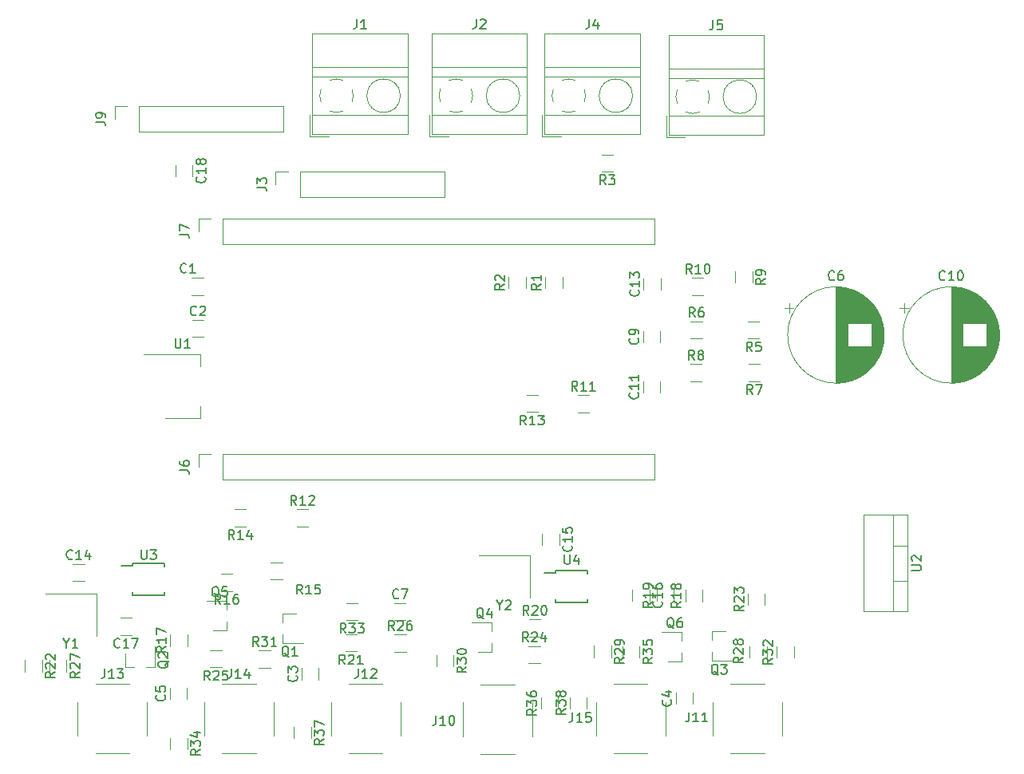
<source format=gbr>
G04 #@! TF.GenerationSoftware,KiCad,Pcbnew,(5.1.8)-1*
G04 #@! TF.CreationDate,2020-12-31T15:53:55+01:00*
G04 #@! TF.ProjectId,vfo-pcb,76666f2d-7063-4622-9e6b-696361645f70,rev?*
G04 #@! TF.SameCoordinates,Original*
G04 #@! TF.FileFunction,Legend,Top*
G04 #@! TF.FilePolarity,Positive*
%FSLAX46Y46*%
G04 Gerber Fmt 4.6, Leading zero omitted, Abs format (unit mm)*
G04 Created by KiCad (PCBNEW (5.1.8)-1) date 2020-12-31 15:53:55*
%MOMM*%
%LPD*%
G01*
G04 APERTURE LIST*
%ADD10C,0.120000*%
%ADD11C,0.150000*%
G04 APERTURE END LIST*
D10*
X140130354Y-81605000D02*
X140130354Y-82605000D01*
X139630354Y-82105000D02*
X140630354Y-82105000D01*
X150191000Y-84381000D02*
X150191000Y-85579000D01*
X150151000Y-84118000D02*
X150151000Y-85842000D01*
X150111000Y-83918000D02*
X150111000Y-86042000D01*
X150071000Y-83750000D02*
X150071000Y-86210000D01*
X150031000Y-83602000D02*
X150031000Y-86358000D01*
X149991000Y-83470000D02*
X149991000Y-86490000D01*
X149951000Y-83350000D02*
X149951000Y-86610000D01*
X149911000Y-83238000D02*
X149911000Y-86722000D01*
X149871000Y-83134000D02*
X149871000Y-86826000D01*
X149831000Y-83036000D02*
X149831000Y-86924000D01*
X149791000Y-82943000D02*
X149791000Y-87017000D01*
X149751000Y-82855000D02*
X149751000Y-87105000D01*
X149711000Y-82771000D02*
X149711000Y-87189000D01*
X149671000Y-82691000D02*
X149671000Y-87269000D01*
X149631000Y-82615000D02*
X149631000Y-87345000D01*
X149591000Y-82541000D02*
X149591000Y-87419000D01*
X149551000Y-82470000D02*
X149551000Y-87490000D01*
X149511000Y-82401000D02*
X149511000Y-87559000D01*
X149471000Y-82335000D02*
X149471000Y-87625000D01*
X149431000Y-82271000D02*
X149431000Y-87689000D01*
X149391000Y-82210000D02*
X149391000Y-87750000D01*
X149351000Y-82150000D02*
X149351000Y-87810000D01*
X149311000Y-82091000D02*
X149311000Y-87869000D01*
X149271000Y-82035000D02*
X149271000Y-87925000D01*
X149231000Y-81980000D02*
X149231000Y-87980000D01*
X149191000Y-81926000D02*
X149191000Y-88034000D01*
X149151000Y-81874000D02*
X149151000Y-88086000D01*
X149111000Y-81824000D02*
X149111000Y-88136000D01*
X149071000Y-81774000D02*
X149071000Y-88186000D01*
X149031000Y-81726000D02*
X149031000Y-88234000D01*
X148991000Y-81679000D02*
X148991000Y-88281000D01*
X148951000Y-81633000D02*
X148951000Y-88327000D01*
X148911000Y-81588000D02*
X148911000Y-88372000D01*
X148871000Y-81544000D02*
X148871000Y-88416000D01*
X148831000Y-86221000D02*
X148831000Y-88458000D01*
X148831000Y-81502000D02*
X148831000Y-83739000D01*
X148791000Y-86221000D02*
X148791000Y-88500000D01*
X148791000Y-81460000D02*
X148791000Y-83739000D01*
X148751000Y-86221000D02*
X148751000Y-88541000D01*
X148751000Y-81419000D02*
X148751000Y-83739000D01*
X148711000Y-86221000D02*
X148711000Y-88581000D01*
X148711000Y-81379000D02*
X148711000Y-83739000D01*
X148671000Y-86221000D02*
X148671000Y-88620000D01*
X148671000Y-81340000D02*
X148671000Y-83739000D01*
X148631000Y-86221000D02*
X148631000Y-88659000D01*
X148631000Y-81301000D02*
X148631000Y-83739000D01*
X148591000Y-86221000D02*
X148591000Y-88696000D01*
X148591000Y-81264000D02*
X148591000Y-83739000D01*
X148551000Y-86221000D02*
X148551000Y-88733000D01*
X148551000Y-81227000D02*
X148551000Y-83739000D01*
X148511000Y-86221000D02*
X148511000Y-88769000D01*
X148511000Y-81191000D02*
X148511000Y-83739000D01*
X148471000Y-86221000D02*
X148471000Y-88804000D01*
X148471000Y-81156000D02*
X148471000Y-83739000D01*
X148431000Y-86221000D02*
X148431000Y-88838000D01*
X148431000Y-81122000D02*
X148431000Y-83739000D01*
X148391000Y-86221000D02*
X148391000Y-88872000D01*
X148391000Y-81088000D02*
X148391000Y-83739000D01*
X148351000Y-86221000D02*
X148351000Y-88905000D01*
X148351000Y-81055000D02*
X148351000Y-83739000D01*
X148311000Y-86221000D02*
X148311000Y-88937000D01*
X148311000Y-81023000D02*
X148311000Y-83739000D01*
X148271000Y-86221000D02*
X148271000Y-88969000D01*
X148271000Y-80991000D02*
X148271000Y-83739000D01*
X148231000Y-86221000D02*
X148231000Y-89000000D01*
X148231000Y-80960000D02*
X148231000Y-83739000D01*
X148191000Y-86221000D02*
X148191000Y-89030000D01*
X148191000Y-80930000D02*
X148191000Y-83739000D01*
X148151000Y-86221000D02*
X148151000Y-89060000D01*
X148151000Y-80900000D02*
X148151000Y-83739000D01*
X148111000Y-86221000D02*
X148111000Y-89090000D01*
X148111000Y-80870000D02*
X148111000Y-83739000D01*
X148071000Y-86221000D02*
X148071000Y-89118000D01*
X148071000Y-80842000D02*
X148071000Y-83739000D01*
X148031000Y-86221000D02*
X148031000Y-89146000D01*
X148031000Y-80814000D02*
X148031000Y-83739000D01*
X147991000Y-86221000D02*
X147991000Y-89174000D01*
X147991000Y-80786000D02*
X147991000Y-83739000D01*
X147951000Y-86221000D02*
X147951000Y-89201000D01*
X147951000Y-80759000D02*
X147951000Y-83739000D01*
X147911000Y-86221000D02*
X147911000Y-89227000D01*
X147911000Y-80733000D02*
X147911000Y-83739000D01*
X147871000Y-86221000D02*
X147871000Y-89253000D01*
X147871000Y-80707000D02*
X147871000Y-83739000D01*
X147831000Y-86221000D02*
X147831000Y-89278000D01*
X147831000Y-80682000D02*
X147831000Y-83739000D01*
X147791000Y-86221000D02*
X147791000Y-89303000D01*
X147791000Y-80657000D02*
X147791000Y-83739000D01*
X147751000Y-86221000D02*
X147751000Y-89327000D01*
X147751000Y-80633000D02*
X147751000Y-83739000D01*
X147711000Y-86221000D02*
X147711000Y-89351000D01*
X147711000Y-80609000D02*
X147711000Y-83739000D01*
X147671000Y-86221000D02*
X147671000Y-89375000D01*
X147671000Y-80585000D02*
X147671000Y-83739000D01*
X147631000Y-86221000D02*
X147631000Y-89397000D01*
X147631000Y-80563000D02*
X147631000Y-83739000D01*
X147591000Y-86221000D02*
X147591000Y-89420000D01*
X147591000Y-80540000D02*
X147591000Y-83739000D01*
X147551000Y-86221000D02*
X147551000Y-89442000D01*
X147551000Y-80518000D02*
X147551000Y-83739000D01*
X147511000Y-86221000D02*
X147511000Y-89463000D01*
X147511000Y-80497000D02*
X147511000Y-83739000D01*
X147471000Y-86221000D02*
X147471000Y-89484000D01*
X147471000Y-80476000D02*
X147471000Y-83739000D01*
X147431000Y-86221000D02*
X147431000Y-89505000D01*
X147431000Y-80455000D02*
X147431000Y-83739000D01*
X147391000Y-86221000D02*
X147391000Y-89525000D01*
X147391000Y-80435000D02*
X147391000Y-83739000D01*
X147351000Y-86221000D02*
X147351000Y-89544000D01*
X147351000Y-80416000D02*
X147351000Y-83739000D01*
X147311000Y-86221000D02*
X147311000Y-89564000D01*
X147311000Y-80396000D02*
X147311000Y-83739000D01*
X147271000Y-86221000D02*
X147271000Y-89583000D01*
X147271000Y-80377000D02*
X147271000Y-83739000D01*
X147231000Y-86221000D02*
X147231000Y-89601000D01*
X147231000Y-80359000D02*
X147231000Y-83739000D01*
X147191000Y-86221000D02*
X147191000Y-89619000D01*
X147191000Y-80341000D02*
X147191000Y-83739000D01*
X147151000Y-86221000D02*
X147151000Y-89637000D01*
X147151000Y-80323000D02*
X147151000Y-83739000D01*
X147111000Y-86221000D02*
X147111000Y-89654000D01*
X147111000Y-80306000D02*
X147111000Y-83739000D01*
X147071000Y-86221000D02*
X147071000Y-89670000D01*
X147071000Y-80290000D02*
X147071000Y-83739000D01*
X147031000Y-86221000D02*
X147031000Y-89687000D01*
X147031000Y-80273000D02*
X147031000Y-83739000D01*
X146991000Y-86221000D02*
X146991000Y-89703000D01*
X146991000Y-80257000D02*
X146991000Y-83739000D01*
X146951000Y-86221000D02*
X146951000Y-89718000D01*
X146951000Y-80242000D02*
X146951000Y-83739000D01*
X146911000Y-86221000D02*
X146911000Y-89734000D01*
X146911000Y-80226000D02*
X146911000Y-83739000D01*
X146871000Y-86221000D02*
X146871000Y-89748000D01*
X146871000Y-80212000D02*
X146871000Y-83739000D01*
X146831000Y-86221000D02*
X146831000Y-89763000D01*
X146831000Y-80197000D02*
X146831000Y-83739000D01*
X146791000Y-86221000D02*
X146791000Y-89777000D01*
X146791000Y-80183000D02*
X146791000Y-83739000D01*
X146751000Y-86221000D02*
X146751000Y-89791000D01*
X146751000Y-80169000D02*
X146751000Y-83739000D01*
X146711000Y-86221000D02*
X146711000Y-89804000D01*
X146711000Y-80156000D02*
X146711000Y-83739000D01*
X146671000Y-86221000D02*
X146671000Y-89817000D01*
X146671000Y-80143000D02*
X146671000Y-83739000D01*
X146631000Y-86221000D02*
X146631000Y-89830000D01*
X146631000Y-80130000D02*
X146631000Y-83739000D01*
X146591000Y-86221000D02*
X146591000Y-89842000D01*
X146591000Y-80118000D02*
X146591000Y-83739000D01*
X146551000Y-86221000D02*
X146551000Y-89854000D01*
X146551000Y-80106000D02*
X146551000Y-83739000D01*
X146511000Y-86221000D02*
X146511000Y-89865000D01*
X146511000Y-80095000D02*
X146511000Y-83739000D01*
X146471000Y-86221000D02*
X146471000Y-89877000D01*
X146471000Y-80083000D02*
X146471000Y-83739000D01*
X146431000Y-86221000D02*
X146431000Y-89887000D01*
X146431000Y-80073000D02*
X146431000Y-83739000D01*
X146391000Y-86221000D02*
X146391000Y-89898000D01*
X146391000Y-80062000D02*
X146391000Y-83739000D01*
X146351000Y-80052000D02*
X146351000Y-89908000D01*
X146311000Y-80042000D02*
X146311000Y-89918000D01*
X146271000Y-80033000D02*
X146271000Y-89927000D01*
X146231000Y-80024000D02*
X146231000Y-89936000D01*
X146191000Y-80015000D02*
X146191000Y-89945000D01*
X146151000Y-80006000D02*
X146151000Y-89954000D01*
X146111000Y-79998000D02*
X146111000Y-89962000D01*
X146071000Y-79990000D02*
X146071000Y-89970000D01*
X146031000Y-79983000D02*
X146031000Y-89977000D01*
X145991000Y-79976000D02*
X145991000Y-89984000D01*
X145951000Y-79969000D02*
X145951000Y-89991000D01*
X145911000Y-79962000D02*
X145911000Y-89998000D01*
X145871000Y-79956000D02*
X145871000Y-90004000D01*
X145831000Y-79950000D02*
X145831000Y-90010000D01*
X145790000Y-79945000D02*
X145790000Y-90015000D01*
X145750000Y-79940000D02*
X145750000Y-90020000D01*
X145710000Y-79935000D02*
X145710000Y-90025000D01*
X145670000Y-79930000D02*
X145670000Y-90030000D01*
X145630000Y-79926000D02*
X145630000Y-90034000D01*
X145590000Y-79922000D02*
X145590000Y-90038000D01*
X145550000Y-79918000D02*
X145550000Y-90042000D01*
X145510000Y-79915000D02*
X145510000Y-90045000D01*
X145470000Y-79912000D02*
X145470000Y-90048000D01*
X145430000Y-79910000D02*
X145430000Y-90050000D01*
X145390000Y-79907000D02*
X145390000Y-90053000D01*
X145350000Y-79905000D02*
X145350000Y-90055000D01*
X145310000Y-79903000D02*
X145310000Y-90057000D01*
X145270000Y-79902000D02*
X145270000Y-90058000D01*
X145230000Y-79901000D02*
X145230000Y-90059000D01*
X145190000Y-79900000D02*
X145190000Y-90060000D01*
X145150000Y-79900000D02*
X145150000Y-90060000D01*
X145110000Y-79900000D02*
X145110000Y-90060000D01*
X150230000Y-84980000D02*
G75*
G03*
X150230000Y-84980000I-5120000J0D01*
G01*
X127910354Y-81605000D02*
X127910354Y-82605000D01*
X127410354Y-82105000D02*
X128410354Y-82105000D01*
X137971000Y-84381000D02*
X137971000Y-85579000D01*
X137931000Y-84118000D02*
X137931000Y-85842000D01*
X137891000Y-83918000D02*
X137891000Y-86042000D01*
X137851000Y-83750000D02*
X137851000Y-86210000D01*
X137811000Y-83602000D02*
X137811000Y-86358000D01*
X137771000Y-83470000D02*
X137771000Y-86490000D01*
X137731000Y-83350000D02*
X137731000Y-86610000D01*
X137691000Y-83238000D02*
X137691000Y-86722000D01*
X137651000Y-83134000D02*
X137651000Y-86826000D01*
X137611000Y-83036000D02*
X137611000Y-86924000D01*
X137571000Y-82943000D02*
X137571000Y-87017000D01*
X137531000Y-82855000D02*
X137531000Y-87105000D01*
X137491000Y-82771000D02*
X137491000Y-87189000D01*
X137451000Y-82691000D02*
X137451000Y-87269000D01*
X137411000Y-82615000D02*
X137411000Y-87345000D01*
X137371000Y-82541000D02*
X137371000Y-87419000D01*
X137331000Y-82470000D02*
X137331000Y-87490000D01*
X137291000Y-82401000D02*
X137291000Y-87559000D01*
X137251000Y-82335000D02*
X137251000Y-87625000D01*
X137211000Y-82271000D02*
X137211000Y-87689000D01*
X137171000Y-82210000D02*
X137171000Y-87750000D01*
X137131000Y-82150000D02*
X137131000Y-87810000D01*
X137091000Y-82091000D02*
X137091000Y-87869000D01*
X137051000Y-82035000D02*
X137051000Y-87925000D01*
X137011000Y-81980000D02*
X137011000Y-87980000D01*
X136971000Y-81926000D02*
X136971000Y-88034000D01*
X136931000Y-81874000D02*
X136931000Y-88086000D01*
X136891000Y-81824000D02*
X136891000Y-88136000D01*
X136851000Y-81774000D02*
X136851000Y-88186000D01*
X136811000Y-81726000D02*
X136811000Y-88234000D01*
X136771000Y-81679000D02*
X136771000Y-88281000D01*
X136731000Y-81633000D02*
X136731000Y-88327000D01*
X136691000Y-81588000D02*
X136691000Y-88372000D01*
X136651000Y-81544000D02*
X136651000Y-88416000D01*
X136611000Y-86221000D02*
X136611000Y-88458000D01*
X136611000Y-81502000D02*
X136611000Y-83739000D01*
X136571000Y-86221000D02*
X136571000Y-88500000D01*
X136571000Y-81460000D02*
X136571000Y-83739000D01*
X136531000Y-86221000D02*
X136531000Y-88541000D01*
X136531000Y-81419000D02*
X136531000Y-83739000D01*
X136491000Y-86221000D02*
X136491000Y-88581000D01*
X136491000Y-81379000D02*
X136491000Y-83739000D01*
X136451000Y-86221000D02*
X136451000Y-88620000D01*
X136451000Y-81340000D02*
X136451000Y-83739000D01*
X136411000Y-86221000D02*
X136411000Y-88659000D01*
X136411000Y-81301000D02*
X136411000Y-83739000D01*
X136371000Y-86221000D02*
X136371000Y-88696000D01*
X136371000Y-81264000D02*
X136371000Y-83739000D01*
X136331000Y-86221000D02*
X136331000Y-88733000D01*
X136331000Y-81227000D02*
X136331000Y-83739000D01*
X136291000Y-86221000D02*
X136291000Y-88769000D01*
X136291000Y-81191000D02*
X136291000Y-83739000D01*
X136251000Y-86221000D02*
X136251000Y-88804000D01*
X136251000Y-81156000D02*
X136251000Y-83739000D01*
X136211000Y-86221000D02*
X136211000Y-88838000D01*
X136211000Y-81122000D02*
X136211000Y-83739000D01*
X136171000Y-86221000D02*
X136171000Y-88872000D01*
X136171000Y-81088000D02*
X136171000Y-83739000D01*
X136131000Y-86221000D02*
X136131000Y-88905000D01*
X136131000Y-81055000D02*
X136131000Y-83739000D01*
X136091000Y-86221000D02*
X136091000Y-88937000D01*
X136091000Y-81023000D02*
X136091000Y-83739000D01*
X136051000Y-86221000D02*
X136051000Y-88969000D01*
X136051000Y-80991000D02*
X136051000Y-83739000D01*
X136011000Y-86221000D02*
X136011000Y-89000000D01*
X136011000Y-80960000D02*
X136011000Y-83739000D01*
X135971000Y-86221000D02*
X135971000Y-89030000D01*
X135971000Y-80930000D02*
X135971000Y-83739000D01*
X135931000Y-86221000D02*
X135931000Y-89060000D01*
X135931000Y-80900000D02*
X135931000Y-83739000D01*
X135891000Y-86221000D02*
X135891000Y-89090000D01*
X135891000Y-80870000D02*
X135891000Y-83739000D01*
X135851000Y-86221000D02*
X135851000Y-89118000D01*
X135851000Y-80842000D02*
X135851000Y-83739000D01*
X135811000Y-86221000D02*
X135811000Y-89146000D01*
X135811000Y-80814000D02*
X135811000Y-83739000D01*
X135771000Y-86221000D02*
X135771000Y-89174000D01*
X135771000Y-80786000D02*
X135771000Y-83739000D01*
X135731000Y-86221000D02*
X135731000Y-89201000D01*
X135731000Y-80759000D02*
X135731000Y-83739000D01*
X135691000Y-86221000D02*
X135691000Y-89227000D01*
X135691000Y-80733000D02*
X135691000Y-83739000D01*
X135651000Y-86221000D02*
X135651000Y-89253000D01*
X135651000Y-80707000D02*
X135651000Y-83739000D01*
X135611000Y-86221000D02*
X135611000Y-89278000D01*
X135611000Y-80682000D02*
X135611000Y-83739000D01*
X135571000Y-86221000D02*
X135571000Y-89303000D01*
X135571000Y-80657000D02*
X135571000Y-83739000D01*
X135531000Y-86221000D02*
X135531000Y-89327000D01*
X135531000Y-80633000D02*
X135531000Y-83739000D01*
X135491000Y-86221000D02*
X135491000Y-89351000D01*
X135491000Y-80609000D02*
X135491000Y-83739000D01*
X135451000Y-86221000D02*
X135451000Y-89375000D01*
X135451000Y-80585000D02*
X135451000Y-83739000D01*
X135411000Y-86221000D02*
X135411000Y-89397000D01*
X135411000Y-80563000D02*
X135411000Y-83739000D01*
X135371000Y-86221000D02*
X135371000Y-89420000D01*
X135371000Y-80540000D02*
X135371000Y-83739000D01*
X135331000Y-86221000D02*
X135331000Y-89442000D01*
X135331000Y-80518000D02*
X135331000Y-83739000D01*
X135291000Y-86221000D02*
X135291000Y-89463000D01*
X135291000Y-80497000D02*
X135291000Y-83739000D01*
X135251000Y-86221000D02*
X135251000Y-89484000D01*
X135251000Y-80476000D02*
X135251000Y-83739000D01*
X135211000Y-86221000D02*
X135211000Y-89505000D01*
X135211000Y-80455000D02*
X135211000Y-83739000D01*
X135171000Y-86221000D02*
X135171000Y-89525000D01*
X135171000Y-80435000D02*
X135171000Y-83739000D01*
X135131000Y-86221000D02*
X135131000Y-89544000D01*
X135131000Y-80416000D02*
X135131000Y-83739000D01*
X135091000Y-86221000D02*
X135091000Y-89564000D01*
X135091000Y-80396000D02*
X135091000Y-83739000D01*
X135051000Y-86221000D02*
X135051000Y-89583000D01*
X135051000Y-80377000D02*
X135051000Y-83739000D01*
X135011000Y-86221000D02*
X135011000Y-89601000D01*
X135011000Y-80359000D02*
X135011000Y-83739000D01*
X134971000Y-86221000D02*
X134971000Y-89619000D01*
X134971000Y-80341000D02*
X134971000Y-83739000D01*
X134931000Y-86221000D02*
X134931000Y-89637000D01*
X134931000Y-80323000D02*
X134931000Y-83739000D01*
X134891000Y-86221000D02*
X134891000Y-89654000D01*
X134891000Y-80306000D02*
X134891000Y-83739000D01*
X134851000Y-86221000D02*
X134851000Y-89670000D01*
X134851000Y-80290000D02*
X134851000Y-83739000D01*
X134811000Y-86221000D02*
X134811000Y-89687000D01*
X134811000Y-80273000D02*
X134811000Y-83739000D01*
X134771000Y-86221000D02*
X134771000Y-89703000D01*
X134771000Y-80257000D02*
X134771000Y-83739000D01*
X134731000Y-86221000D02*
X134731000Y-89718000D01*
X134731000Y-80242000D02*
X134731000Y-83739000D01*
X134691000Y-86221000D02*
X134691000Y-89734000D01*
X134691000Y-80226000D02*
X134691000Y-83739000D01*
X134651000Y-86221000D02*
X134651000Y-89748000D01*
X134651000Y-80212000D02*
X134651000Y-83739000D01*
X134611000Y-86221000D02*
X134611000Y-89763000D01*
X134611000Y-80197000D02*
X134611000Y-83739000D01*
X134571000Y-86221000D02*
X134571000Y-89777000D01*
X134571000Y-80183000D02*
X134571000Y-83739000D01*
X134531000Y-86221000D02*
X134531000Y-89791000D01*
X134531000Y-80169000D02*
X134531000Y-83739000D01*
X134491000Y-86221000D02*
X134491000Y-89804000D01*
X134491000Y-80156000D02*
X134491000Y-83739000D01*
X134451000Y-86221000D02*
X134451000Y-89817000D01*
X134451000Y-80143000D02*
X134451000Y-83739000D01*
X134411000Y-86221000D02*
X134411000Y-89830000D01*
X134411000Y-80130000D02*
X134411000Y-83739000D01*
X134371000Y-86221000D02*
X134371000Y-89842000D01*
X134371000Y-80118000D02*
X134371000Y-83739000D01*
X134331000Y-86221000D02*
X134331000Y-89854000D01*
X134331000Y-80106000D02*
X134331000Y-83739000D01*
X134291000Y-86221000D02*
X134291000Y-89865000D01*
X134291000Y-80095000D02*
X134291000Y-83739000D01*
X134251000Y-86221000D02*
X134251000Y-89877000D01*
X134251000Y-80083000D02*
X134251000Y-83739000D01*
X134211000Y-86221000D02*
X134211000Y-89887000D01*
X134211000Y-80073000D02*
X134211000Y-83739000D01*
X134171000Y-86221000D02*
X134171000Y-89898000D01*
X134171000Y-80062000D02*
X134171000Y-83739000D01*
X134131000Y-80052000D02*
X134131000Y-89908000D01*
X134091000Y-80042000D02*
X134091000Y-89918000D01*
X134051000Y-80033000D02*
X134051000Y-89927000D01*
X134011000Y-80024000D02*
X134011000Y-89936000D01*
X133971000Y-80015000D02*
X133971000Y-89945000D01*
X133931000Y-80006000D02*
X133931000Y-89954000D01*
X133891000Y-79998000D02*
X133891000Y-89962000D01*
X133851000Y-79990000D02*
X133851000Y-89970000D01*
X133811000Y-79983000D02*
X133811000Y-89977000D01*
X133771000Y-79976000D02*
X133771000Y-89984000D01*
X133731000Y-79969000D02*
X133731000Y-89991000D01*
X133691000Y-79962000D02*
X133691000Y-89998000D01*
X133651000Y-79956000D02*
X133651000Y-90004000D01*
X133611000Y-79950000D02*
X133611000Y-90010000D01*
X133570000Y-79945000D02*
X133570000Y-90015000D01*
X133530000Y-79940000D02*
X133530000Y-90020000D01*
X133490000Y-79935000D02*
X133490000Y-90025000D01*
X133450000Y-79930000D02*
X133450000Y-90030000D01*
X133410000Y-79926000D02*
X133410000Y-90034000D01*
X133370000Y-79922000D02*
X133370000Y-90038000D01*
X133330000Y-79918000D02*
X133330000Y-90042000D01*
X133290000Y-79915000D02*
X133290000Y-90045000D01*
X133250000Y-79912000D02*
X133250000Y-90048000D01*
X133210000Y-79910000D02*
X133210000Y-90050000D01*
X133170000Y-79907000D02*
X133170000Y-90053000D01*
X133130000Y-79905000D02*
X133130000Y-90055000D01*
X133090000Y-79903000D02*
X133090000Y-90057000D01*
X133050000Y-79902000D02*
X133050000Y-90058000D01*
X133010000Y-79901000D02*
X133010000Y-90059000D01*
X132970000Y-79900000D02*
X132970000Y-90060000D01*
X132930000Y-79900000D02*
X132930000Y-90060000D01*
X132890000Y-79900000D02*
X132890000Y-90060000D01*
X138010000Y-84980000D02*
G75*
G03*
X138010000Y-84980000I-5120000J0D01*
G01*
X62844000Y-66961936D02*
X62844000Y-68166064D01*
X64664000Y-66961936D02*
X64664000Y-68166064D01*
X75390000Y-126597936D02*
X75390000Y-127802064D01*
X77210000Y-126597936D02*
X77210000Y-127802064D01*
X62265000Y-127722936D02*
X62265000Y-128927064D01*
X64085000Y-127722936D02*
X64085000Y-128927064D01*
X82152064Y-113415000D02*
X80947936Y-113415000D01*
X82152064Y-115235000D02*
X80947936Y-115235000D01*
X67727064Y-118440000D02*
X66522936Y-118440000D01*
X67727064Y-120260000D02*
X66522936Y-120260000D01*
X46865000Y-119497936D02*
X46865000Y-120702064D01*
X48685000Y-119497936D02*
X48685000Y-120702064D01*
X82052064Y-116740000D02*
X80847936Y-116740000D01*
X82052064Y-118560000D02*
X80847936Y-118560000D01*
X106485000Y-124627064D02*
X106485000Y-123422936D01*
X104665000Y-124627064D02*
X104665000Y-123422936D01*
X103410000Y-124652064D02*
X103410000Y-123447936D01*
X101590000Y-124652064D02*
X101590000Y-123447936D01*
X107240000Y-117972936D02*
X107240000Y-119177064D01*
X109060000Y-117972936D02*
X109060000Y-119177064D01*
X100297936Y-119810000D02*
X101502064Y-119810000D01*
X100297936Y-117990000D02*
X101502064Y-117990000D01*
X128435000Y-119252064D02*
X128435000Y-118047936D01*
X126615000Y-119252064D02*
X126615000Y-118047936D01*
X125370000Y-113632064D02*
X125370000Y-112427936D01*
X123550000Y-113632064D02*
X123550000Y-112427936D01*
X71672936Y-120285000D02*
X72877064Y-120285000D01*
X71672936Y-118465000D02*
X72877064Y-118465000D01*
X116563680Y-119636660D02*
X115103680Y-119636660D01*
X116563680Y-116476660D02*
X114403680Y-116476660D01*
X116563680Y-116476660D02*
X116563680Y-117406660D01*
X116563680Y-119636660D02*
X116563680Y-118706660D01*
X96383380Y-118613040D02*
X94923380Y-118613040D01*
X96383380Y-115453040D02*
X94223380Y-115453040D01*
X96383380Y-115453040D02*
X96383380Y-116383040D01*
X96383380Y-118613040D02*
X96383380Y-117683040D01*
X119752840Y-116420780D02*
X121212840Y-116420780D01*
X119752840Y-119580780D02*
X121912840Y-119580780D01*
X119752840Y-119580780D02*
X119752840Y-118650780D01*
X119752840Y-116420780D02*
X119752840Y-117350780D01*
X68296060Y-116342280D02*
X66836060Y-116342280D01*
X68296060Y-113182280D02*
X66136060Y-113182280D01*
X68296060Y-113182280D02*
X68296060Y-114112280D01*
X68296060Y-116342280D02*
X68296060Y-115412280D01*
X57490240Y-120221280D02*
X57490240Y-118761280D01*
X60650240Y-120221280D02*
X60650240Y-118061280D01*
X60650240Y-120221280D02*
X59720240Y-120221280D01*
X57490240Y-120221280D02*
X58420240Y-120221280D01*
X74203020Y-114518320D02*
X75663020Y-114518320D01*
X74203020Y-117678320D02*
X76363020Y-117678320D01*
X74203020Y-117678320D02*
X74203020Y-116748320D01*
X74203020Y-114518320D02*
X74203020Y-115448320D01*
X86055116Y-115235400D02*
X87259244Y-115235400D01*
X86055116Y-113415400D02*
X87259244Y-113415400D01*
X78035000Y-121552064D02*
X78035000Y-120347936D01*
X76215000Y-121552064D02*
X76215000Y-120347936D01*
X58173704Y-115005440D02*
X56969576Y-115005440D01*
X58173704Y-116825440D02*
X56969576Y-116825440D01*
X110240400Y-117982916D02*
X110240400Y-119187044D01*
X112060400Y-117982916D02*
X112060400Y-119187044D01*
X90509680Y-118953196D02*
X90509680Y-120157324D01*
X92329680Y-118953196D02*
X92329680Y-120157324D01*
X123750660Y-118013396D02*
X123750660Y-119217524D01*
X125570660Y-118013396D02*
X125570660Y-119217524D01*
X100347696Y-116970220D02*
X101551824Y-116970220D01*
X100347696Y-115150220D02*
X101551824Y-115150220D01*
X115715460Y-113235824D02*
X115715460Y-112031696D01*
X113895460Y-113235824D02*
X113895460Y-112031696D01*
X118730440Y-113256144D02*
X118730440Y-112052016D01*
X116910440Y-113256144D02*
X116910440Y-112052016D01*
X58983880Y-63377120D02*
X58983880Y-60717120D01*
X58983880Y-63377120D02*
X74283880Y-63377120D01*
X74283880Y-63377120D02*
X74283880Y-60717120D01*
X58983880Y-60717120D02*
X74283880Y-60717120D01*
X56383880Y-60717120D02*
X57713880Y-60717120D01*
X56383880Y-62047120D02*
X56383880Y-60717120D01*
D11*
X58289320Y-109481960D02*
X57064320Y-109481960D01*
X58289320Y-112606960D02*
X61639320Y-112606960D01*
X58289320Y-109256960D02*
X61639320Y-109256960D01*
X58289320Y-112606960D02*
X58289320Y-112306960D01*
X61639320Y-112606960D02*
X61639320Y-112306960D01*
X61639320Y-109256960D02*
X61639320Y-109556960D01*
X58289320Y-109256960D02*
X58289320Y-109481960D01*
D10*
X65273880Y-98983800D02*
X65273880Y-97653800D01*
X65273880Y-97653800D02*
X66603880Y-97653800D01*
X67873880Y-97653800D02*
X113653880Y-97653800D01*
X113653880Y-100313800D02*
X113653880Y-97653800D01*
X67873880Y-100313800D02*
X113653880Y-100313800D01*
X67873880Y-100313800D02*
X67873880Y-97653800D01*
X67873880Y-75313800D02*
X67873880Y-72653800D01*
X67873880Y-75313800D02*
X113653880Y-75313800D01*
X113653880Y-75313800D02*
X113653880Y-72653800D01*
X67873880Y-72653800D02*
X113653880Y-72653800D01*
X65273880Y-72653800D02*
X66603880Y-72653800D01*
X65273880Y-73983800D02*
X65273880Y-72653800D01*
X111326400Y-59598560D02*
G75*
G03*
X111326400Y-59598560I-1780000J0D01*
G01*
X101986400Y-61598560D02*
X112106400Y-61598560D01*
X101986400Y-57598560D02*
X112106400Y-57598560D01*
X101986400Y-56598560D02*
X112106400Y-56598560D01*
X101986400Y-53038560D02*
X112106400Y-53038560D01*
X101986400Y-63658560D02*
X112106400Y-63658560D01*
X101986400Y-53038560D02*
X101986400Y-63658560D01*
X112106400Y-53038560D02*
X112106400Y-63658560D01*
X110896400Y-58465560D02*
X110847400Y-58515560D01*
X108438400Y-60923560D02*
X108414400Y-60948560D01*
X110679400Y-58248560D02*
X110654400Y-58272560D01*
X108246400Y-60681560D02*
X108196400Y-60731560D01*
X101746400Y-61658560D02*
X101746400Y-63898560D01*
X101746400Y-63898560D02*
X103746400Y-63898560D01*
X105241901Y-61237059D02*
G75*
G02*
X104546400Y-61378560I-695501J1638499D01*
G01*
X106185605Y-58903044D02*
G75*
G02*
X106185400Y-60294560I-1639205J-695516D01*
G01*
X103850884Y-57959355D02*
G75*
G02*
X105242400Y-57959560I695516J-1639205D01*
G01*
X102907195Y-60294076D02*
G75*
G02*
X102907400Y-58902560I1639205J695516D01*
G01*
X104577214Y-61378949D02*
G75*
G02*
X103850400Y-61237560I-30814J1780389D01*
G01*
X77108400Y-63898560D02*
X79108400Y-63898560D01*
X77108400Y-61658560D02*
X77108400Y-63898560D01*
X83608400Y-60681560D02*
X83558400Y-60731560D01*
X86041400Y-58248560D02*
X86016400Y-58272560D01*
X83800400Y-60923560D02*
X83776400Y-60948560D01*
X86258400Y-58465560D02*
X86209400Y-58515560D01*
X87468400Y-53038560D02*
X87468400Y-63658560D01*
X77348400Y-53038560D02*
X77348400Y-63658560D01*
X77348400Y-63658560D02*
X87468400Y-63658560D01*
X77348400Y-53038560D02*
X87468400Y-53038560D01*
X77348400Y-56598560D02*
X87468400Y-56598560D01*
X77348400Y-57598560D02*
X87468400Y-57598560D01*
X77348400Y-61598560D02*
X87468400Y-61598560D01*
X86688400Y-59598560D02*
G75*
G03*
X86688400Y-59598560I-1780000J0D01*
G01*
X79939214Y-61378949D02*
G75*
G02*
X79212400Y-61237560I-30814J1780389D01*
G01*
X78269195Y-60294076D02*
G75*
G02*
X78269400Y-58902560I1639205J695516D01*
G01*
X79212884Y-57959355D02*
G75*
G02*
X80604400Y-57959560I695516J-1639205D01*
G01*
X81547605Y-58903044D02*
G75*
G02*
X81547400Y-60294560I-1639205J-695516D01*
G01*
X80603901Y-61237059D02*
G75*
G02*
X79908400Y-61378560I-695501J1638499D01*
G01*
X89772840Y-63898560D02*
X91772840Y-63898560D01*
X89772840Y-61658560D02*
X89772840Y-63898560D01*
X96272840Y-60681560D02*
X96222840Y-60731560D01*
X98705840Y-58248560D02*
X98680840Y-58272560D01*
X96464840Y-60923560D02*
X96440840Y-60948560D01*
X98922840Y-58465560D02*
X98873840Y-58515560D01*
X100132840Y-53038560D02*
X100132840Y-63658560D01*
X90012840Y-53038560D02*
X90012840Y-63658560D01*
X90012840Y-63658560D02*
X100132840Y-63658560D01*
X90012840Y-53038560D02*
X100132840Y-53038560D01*
X90012840Y-56598560D02*
X100132840Y-56598560D01*
X90012840Y-57598560D02*
X100132840Y-57598560D01*
X90012840Y-61598560D02*
X100132840Y-61598560D01*
X99352840Y-59598560D02*
G75*
G03*
X99352840Y-59598560I-1780000J0D01*
G01*
X92603654Y-61378949D02*
G75*
G02*
X91876840Y-61237560I-30814J1780389D01*
G01*
X90933635Y-60294076D02*
G75*
G02*
X90933840Y-58902560I1639205J695516D01*
G01*
X91877324Y-57959355D02*
G75*
G02*
X93268840Y-57959560I695516J-1639205D01*
G01*
X94212045Y-58903044D02*
G75*
G02*
X94211840Y-60294560I-1639205J-695516D01*
G01*
X93268341Y-61237059D02*
G75*
G02*
X92572840Y-61378560I-695501J1638499D01*
G01*
X124478520Y-59700160D02*
G75*
G03*
X124478520Y-59700160I-1780000J0D01*
G01*
X115138520Y-61700160D02*
X125258520Y-61700160D01*
X115138520Y-57700160D02*
X125258520Y-57700160D01*
X115138520Y-56700160D02*
X125258520Y-56700160D01*
X115138520Y-53140160D02*
X125258520Y-53140160D01*
X115138520Y-63760160D02*
X125258520Y-63760160D01*
X115138520Y-53140160D02*
X115138520Y-63760160D01*
X125258520Y-53140160D02*
X125258520Y-63760160D01*
X124048520Y-58567160D02*
X123999520Y-58617160D01*
X121590520Y-61025160D02*
X121566520Y-61050160D01*
X123831520Y-58350160D02*
X123806520Y-58374160D01*
X121398520Y-60783160D02*
X121348520Y-60833160D01*
X114898520Y-61760160D02*
X114898520Y-64000160D01*
X114898520Y-64000160D02*
X116898520Y-64000160D01*
X118394021Y-61338659D02*
G75*
G02*
X117698520Y-61480160I-695501J1638499D01*
G01*
X119337725Y-59004644D02*
G75*
G02*
X119337520Y-60396160I-1639205J-695516D01*
G01*
X117003004Y-58060955D02*
G75*
G02*
X118394520Y-58061160I695516J-1639205D01*
G01*
X116059315Y-60395676D02*
G75*
G02*
X116059520Y-59004160I1639205J695516D01*
G01*
X117729334Y-61480549D02*
G75*
G02*
X117002520Y-61339160I-30814J1780389D01*
G01*
X140483340Y-104074600D02*
X140483340Y-114314600D01*
X135842340Y-104074600D02*
X135842340Y-114314600D01*
X140483340Y-104074600D02*
X135842340Y-104074600D01*
X140483340Y-114314600D02*
X135842340Y-114314600D01*
X138973340Y-104074600D02*
X138973340Y-114314600D01*
X140483340Y-107344600D02*
X138973340Y-107344600D01*
X140483340Y-111045600D02*
X138973340Y-111045600D01*
X76062840Y-70321480D02*
X76062840Y-67661480D01*
X76062840Y-70321480D02*
X91362840Y-70321480D01*
X91362840Y-70321480D02*
X91362840Y-67661480D01*
X76062840Y-67661480D02*
X91362840Y-67661480D01*
X73462840Y-67661480D02*
X74792840Y-67661480D01*
X73462840Y-68991480D02*
X73462840Y-67661480D01*
X105498816Y-93183120D02*
X106702944Y-93183120D01*
X105498816Y-91363120D02*
X106702944Y-91363120D01*
X101262264Y-93158880D02*
X100058136Y-93158880D01*
X101262264Y-91338880D02*
X100058136Y-91338880D01*
X124772504Y-85375160D02*
X123568376Y-85375160D01*
X124772504Y-83555160D02*
X123568376Y-83555160D01*
X124813144Y-89891280D02*
X123609016Y-89891280D01*
X124813144Y-88071280D02*
X123609016Y-88071280D01*
X122198720Y-78249696D02*
X122198720Y-79453824D01*
X124018720Y-78249696D02*
X124018720Y-79453824D01*
X103866360Y-80002464D02*
X103866360Y-78798336D01*
X102046360Y-80002464D02*
X102046360Y-78798336D01*
X98175400Y-80002464D02*
X98175400Y-78798336D01*
X99995400Y-80002464D02*
X99995400Y-78798336D01*
X109237864Y-67651040D02*
X108033736Y-67651040D01*
X109237864Y-65831040D02*
X108033736Y-65831040D01*
X117492696Y-83534840D02*
X118696824Y-83534840D01*
X117492696Y-85354840D02*
X118696824Y-85354840D01*
X117446976Y-89901440D02*
X118651104Y-89901440D01*
X117446976Y-88081440D02*
X118651104Y-88081440D01*
X117645096Y-78917120D02*
X118849224Y-78917120D01*
X117645096Y-80737120D02*
X118849224Y-80737120D01*
X112419720Y-85773344D02*
X112419720Y-84569216D01*
X114239720Y-85773344D02*
X114239720Y-84569216D01*
X114249880Y-91081944D02*
X114249880Y-89877816D01*
X112429880Y-91081944D02*
X112429880Y-89877816D01*
X112495920Y-80175184D02*
X112495920Y-78971056D01*
X114315920Y-80175184D02*
X114315920Y-78971056D01*
X101721240Y-106088096D02*
X101721240Y-107292224D01*
X103541240Y-106088096D02*
X103541240Y-107292224D01*
X51945456Y-109265040D02*
X53149584Y-109265040D01*
X51945456Y-111085040D02*
X53149584Y-111085040D01*
X119809720Y-123912220D02*
X119809720Y-127512220D01*
X127169720Y-123912220D02*
X127169720Y-127512220D01*
X121689720Y-129392220D02*
X125289720Y-129392220D01*
X121689720Y-122032220D02*
X125289720Y-122032220D01*
X107434840Y-123912220D02*
X107434840Y-127512220D01*
X114794840Y-123912220D02*
X114794840Y-127512220D01*
X109314840Y-129392220D02*
X112914840Y-129392220D01*
X109314840Y-122032220D02*
X112914840Y-122032220D01*
X93345000Y-123950000D02*
X93345000Y-127550000D01*
X100705000Y-123950000D02*
X100705000Y-127550000D01*
X95225000Y-129430000D02*
X98825000Y-129430000D01*
X95225000Y-122070000D02*
X98825000Y-122070000D01*
X81205168Y-122032220D02*
X84805168Y-122032220D01*
X81205168Y-129392220D02*
X84805168Y-129392220D01*
X86685168Y-123912220D02*
X86685168Y-127512220D01*
X79325168Y-123912220D02*
X79325168Y-127512220D01*
X67784824Y-122032220D02*
X71384824Y-122032220D01*
X67784824Y-129392220D02*
X71384824Y-129392220D01*
X73264824Y-123912220D02*
X73264824Y-127512220D01*
X65904824Y-123912220D02*
X65904824Y-127512220D01*
X54344160Y-122032220D02*
X57944160Y-122032220D01*
X54344160Y-129392220D02*
X57944160Y-129392220D01*
X59824160Y-123912220D02*
X59824160Y-127512220D01*
X52464160Y-123912220D02*
X52464160Y-127512220D01*
D11*
X103160960Y-109998640D02*
X103160960Y-110223640D01*
X106510960Y-109998640D02*
X106510960Y-110298640D01*
X106510960Y-113348640D02*
X106510960Y-113048640D01*
X103160960Y-113348640D02*
X103160960Y-113048640D01*
X103160960Y-109998640D02*
X106510960Y-109998640D01*
X103160960Y-113348640D02*
X106510960Y-113348640D01*
X103160960Y-110223640D02*
X101935960Y-110223640D01*
D10*
X100426500Y-112861920D02*
X100426500Y-108361920D01*
X100426500Y-108361920D02*
X95026500Y-108361920D01*
X54457580Y-112423380D02*
X49057580Y-112423380D01*
X54457580Y-116923380D02*
X54457580Y-112423380D01*
X65778464Y-80747280D02*
X64574336Y-80747280D01*
X65778464Y-78927280D02*
X64574336Y-78927280D01*
X64614976Y-85207520D02*
X65819104Y-85207520D01*
X64614976Y-83387520D02*
X65819104Y-83387520D01*
X65481120Y-93828920D02*
X65481120Y-92568920D01*
X65481120Y-87008920D02*
X65481120Y-88268920D01*
X61721120Y-93828920D02*
X65481120Y-93828920D01*
X59471120Y-87008920D02*
X65481120Y-87008920D01*
X75699536Y-103489080D02*
X76903664Y-103489080D01*
X75699536Y-105309080D02*
X76903664Y-105309080D01*
X70309824Y-103489080D02*
X69105696Y-103489080D01*
X70309824Y-105309080D02*
X69105696Y-105309080D01*
X74160464Y-110922480D02*
X72956336Y-110922480D01*
X74160464Y-109102480D02*
X72956336Y-109102480D01*
X68862024Y-110331840D02*
X67657896Y-110331840D01*
X68862024Y-112151840D02*
X67657896Y-112151840D01*
X62262340Y-117993244D02*
X62262340Y-116789116D01*
X64082340Y-117993244D02*
X64082340Y-116789116D01*
X86072936Y-116765000D02*
X87277064Y-116765000D01*
X86072936Y-118585000D02*
X87277064Y-118585000D01*
X49465000Y-119497936D02*
X49465000Y-120702064D01*
X51285000Y-119497936D02*
X51285000Y-120702064D01*
X113109420Y-112031696D02*
X113109420Y-113235824D01*
X111289420Y-112031696D02*
X111289420Y-113235824D01*
X115919840Y-124152744D02*
X115919840Y-122948616D01*
X117739840Y-124152744D02*
X117739840Y-122948616D01*
X64034080Y-123637124D02*
X64034080Y-122432996D01*
X62214080Y-123637124D02*
X62214080Y-122432996D01*
D11*
X144467142Y-79087142D02*
X144419523Y-79134761D01*
X144276666Y-79182380D01*
X144181428Y-79182380D01*
X144038571Y-79134761D01*
X143943333Y-79039523D01*
X143895714Y-78944285D01*
X143848095Y-78753809D01*
X143848095Y-78610952D01*
X143895714Y-78420476D01*
X143943333Y-78325238D01*
X144038571Y-78230000D01*
X144181428Y-78182380D01*
X144276666Y-78182380D01*
X144419523Y-78230000D01*
X144467142Y-78277619D01*
X145419523Y-79182380D02*
X144848095Y-79182380D01*
X145133809Y-79182380D02*
X145133809Y-78182380D01*
X145038571Y-78325238D01*
X144943333Y-78420476D01*
X144848095Y-78468095D01*
X146038571Y-78182380D02*
X146133809Y-78182380D01*
X146229047Y-78230000D01*
X146276666Y-78277619D01*
X146324285Y-78372857D01*
X146371904Y-78563333D01*
X146371904Y-78801428D01*
X146324285Y-78991904D01*
X146276666Y-79087142D01*
X146229047Y-79134761D01*
X146133809Y-79182380D01*
X146038571Y-79182380D01*
X145943333Y-79134761D01*
X145895714Y-79087142D01*
X145848095Y-78991904D01*
X145800476Y-78801428D01*
X145800476Y-78563333D01*
X145848095Y-78372857D01*
X145895714Y-78277619D01*
X145943333Y-78230000D01*
X146038571Y-78182380D01*
X132723333Y-79087142D02*
X132675714Y-79134761D01*
X132532857Y-79182380D01*
X132437619Y-79182380D01*
X132294761Y-79134761D01*
X132199523Y-79039523D01*
X132151904Y-78944285D01*
X132104285Y-78753809D01*
X132104285Y-78610952D01*
X132151904Y-78420476D01*
X132199523Y-78325238D01*
X132294761Y-78230000D01*
X132437619Y-78182380D01*
X132532857Y-78182380D01*
X132675714Y-78230000D01*
X132723333Y-78277619D01*
X133580476Y-78182380D02*
X133390000Y-78182380D01*
X133294761Y-78230000D01*
X133247142Y-78277619D01*
X133151904Y-78420476D01*
X133104285Y-78610952D01*
X133104285Y-78991904D01*
X133151904Y-79087142D01*
X133199523Y-79134761D01*
X133294761Y-79182380D01*
X133485238Y-79182380D01*
X133580476Y-79134761D01*
X133628095Y-79087142D01*
X133675714Y-78991904D01*
X133675714Y-78753809D01*
X133628095Y-78658571D01*
X133580476Y-78610952D01*
X133485238Y-78563333D01*
X133294761Y-78563333D01*
X133199523Y-78610952D01*
X133151904Y-78658571D01*
X133104285Y-78753809D01*
X65931142Y-68206857D02*
X65978761Y-68254476D01*
X66026380Y-68397333D01*
X66026380Y-68492571D01*
X65978761Y-68635428D01*
X65883523Y-68730666D01*
X65788285Y-68778285D01*
X65597809Y-68825904D01*
X65454952Y-68825904D01*
X65264476Y-68778285D01*
X65169238Y-68730666D01*
X65074000Y-68635428D01*
X65026380Y-68492571D01*
X65026380Y-68397333D01*
X65074000Y-68254476D01*
X65121619Y-68206857D01*
X66026380Y-67254476D02*
X66026380Y-67825904D01*
X66026380Y-67540190D02*
X65026380Y-67540190D01*
X65169238Y-67635428D01*
X65264476Y-67730666D01*
X65312095Y-67825904D01*
X65454952Y-66683047D02*
X65407333Y-66778285D01*
X65359714Y-66825904D01*
X65264476Y-66873523D01*
X65216857Y-66873523D01*
X65121619Y-66825904D01*
X65074000Y-66778285D01*
X65026380Y-66683047D01*
X65026380Y-66492571D01*
X65074000Y-66397333D01*
X65121619Y-66349714D01*
X65216857Y-66302095D01*
X65264476Y-66302095D01*
X65359714Y-66349714D01*
X65407333Y-66397333D01*
X65454952Y-66492571D01*
X65454952Y-66683047D01*
X65502571Y-66778285D01*
X65550190Y-66825904D01*
X65645428Y-66873523D01*
X65835904Y-66873523D01*
X65931142Y-66825904D01*
X65978761Y-66778285D01*
X66026380Y-66683047D01*
X66026380Y-66492571D01*
X65978761Y-66397333D01*
X65931142Y-66349714D01*
X65835904Y-66302095D01*
X65645428Y-66302095D01*
X65550190Y-66349714D01*
X65502571Y-66397333D01*
X65454952Y-66492571D01*
X78572380Y-127842857D02*
X78096190Y-128176190D01*
X78572380Y-128414285D02*
X77572380Y-128414285D01*
X77572380Y-128033333D01*
X77620000Y-127938095D01*
X77667619Y-127890476D01*
X77762857Y-127842857D01*
X77905714Y-127842857D01*
X78000952Y-127890476D01*
X78048571Y-127938095D01*
X78096190Y-128033333D01*
X78096190Y-128414285D01*
X77572380Y-127509523D02*
X77572380Y-126890476D01*
X77953333Y-127223809D01*
X77953333Y-127080952D01*
X78000952Y-126985714D01*
X78048571Y-126938095D01*
X78143809Y-126890476D01*
X78381904Y-126890476D01*
X78477142Y-126938095D01*
X78524761Y-126985714D01*
X78572380Y-127080952D01*
X78572380Y-127366666D01*
X78524761Y-127461904D01*
X78477142Y-127509523D01*
X77572380Y-126557142D02*
X77572380Y-125890476D01*
X78572380Y-126319047D01*
X65447380Y-128967857D02*
X64971190Y-129301190D01*
X65447380Y-129539285D02*
X64447380Y-129539285D01*
X64447380Y-129158333D01*
X64495000Y-129063095D01*
X64542619Y-129015476D01*
X64637857Y-128967857D01*
X64780714Y-128967857D01*
X64875952Y-129015476D01*
X64923571Y-129063095D01*
X64971190Y-129158333D01*
X64971190Y-129539285D01*
X64447380Y-128634523D02*
X64447380Y-128015476D01*
X64828333Y-128348809D01*
X64828333Y-128205952D01*
X64875952Y-128110714D01*
X64923571Y-128063095D01*
X65018809Y-128015476D01*
X65256904Y-128015476D01*
X65352142Y-128063095D01*
X65399761Y-128110714D01*
X65447380Y-128205952D01*
X65447380Y-128491666D01*
X65399761Y-128586904D01*
X65352142Y-128634523D01*
X64780714Y-127158333D02*
X65447380Y-127158333D01*
X64399761Y-127396428D02*
X65114047Y-127634523D01*
X65114047Y-127015476D01*
X80907142Y-116597380D02*
X80573809Y-116121190D01*
X80335714Y-116597380D02*
X80335714Y-115597380D01*
X80716666Y-115597380D01*
X80811904Y-115645000D01*
X80859523Y-115692619D01*
X80907142Y-115787857D01*
X80907142Y-115930714D01*
X80859523Y-116025952D01*
X80811904Y-116073571D01*
X80716666Y-116121190D01*
X80335714Y-116121190D01*
X81240476Y-115597380D02*
X81859523Y-115597380D01*
X81526190Y-115978333D01*
X81669047Y-115978333D01*
X81764285Y-116025952D01*
X81811904Y-116073571D01*
X81859523Y-116168809D01*
X81859523Y-116406904D01*
X81811904Y-116502142D01*
X81764285Y-116549761D01*
X81669047Y-116597380D01*
X81383333Y-116597380D01*
X81288095Y-116549761D01*
X81240476Y-116502142D01*
X82192857Y-115597380D02*
X82811904Y-115597380D01*
X82478571Y-115978333D01*
X82621428Y-115978333D01*
X82716666Y-116025952D01*
X82764285Y-116073571D01*
X82811904Y-116168809D01*
X82811904Y-116406904D01*
X82764285Y-116502142D01*
X82716666Y-116549761D01*
X82621428Y-116597380D01*
X82335714Y-116597380D01*
X82240476Y-116549761D01*
X82192857Y-116502142D01*
X66482142Y-121622380D02*
X66148809Y-121146190D01*
X65910714Y-121622380D02*
X65910714Y-120622380D01*
X66291666Y-120622380D01*
X66386904Y-120670000D01*
X66434523Y-120717619D01*
X66482142Y-120812857D01*
X66482142Y-120955714D01*
X66434523Y-121050952D01*
X66386904Y-121098571D01*
X66291666Y-121146190D01*
X65910714Y-121146190D01*
X66863095Y-120717619D02*
X66910714Y-120670000D01*
X67005952Y-120622380D01*
X67244047Y-120622380D01*
X67339285Y-120670000D01*
X67386904Y-120717619D01*
X67434523Y-120812857D01*
X67434523Y-120908095D01*
X67386904Y-121050952D01*
X66815476Y-121622380D01*
X67434523Y-121622380D01*
X68339285Y-120622380D02*
X67863095Y-120622380D01*
X67815476Y-121098571D01*
X67863095Y-121050952D01*
X67958333Y-121003333D01*
X68196428Y-121003333D01*
X68291666Y-121050952D01*
X68339285Y-121098571D01*
X68386904Y-121193809D01*
X68386904Y-121431904D01*
X68339285Y-121527142D01*
X68291666Y-121574761D01*
X68196428Y-121622380D01*
X67958333Y-121622380D01*
X67863095Y-121574761D01*
X67815476Y-121527142D01*
X50047380Y-120742857D02*
X49571190Y-121076190D01*
X50047380Y-121314285D02*
X49047380Y-121314285D01*
X49047380Y-120933333D01*
X49095000Y-120838095D01*
X49142619Y-120790476D01*
X49237857Y-120742857D01*
X49380714Y-120742857D01*
X49475952Y-120790476D01*
X49523571Y-120838095D01*
X49571190Y-120933333D01*
X49571190Y-121314285D01*
X49142619Y-120361904D02*
X49095000Y-120314285D01*
X49047380Y-120219047D01*
X49047380Y-119980952D01*
X49095000Y-119885714D01*
X49142619Y-119838095D01*
X49237857Y-119790476D01*
X49333095Y-119790476D01*
X49475952Y-119838095D01*
X50047380Y-120409523D01*
X50047380Y-119790476D01*
X49142619Y-119409523D02*
X49095000Y-119361904D01*
X49047380Y-119266666D01*
X49047380Y-119028571D01*
X49095000Y-118933333D01*
X49142619Y-118885714D01*
X49237857Y-118838095D01*
X49333095Y-118838095D01*
X49475952Y-118885714D01*
X50047380Y-119457142D01*
X50047380Y-118838095D01*
X80807142Y-119922380D02*
X80473809Y-119446190D01*
X80235714Y-119922380D02*
X80235714Y-118922380D01*
X80616666Y-118922380D01*
X80711904Y-118970000D01*
X80759523Y-119017619D01*
X80807142Y-119112857D01*
X80807142Y-119255714D01*
X80759523Y-119350952D01*
X80711904Y-119398571D01*
X80616666Y-119446190D01*
X80235714Y-119446190D01*
X81188095Y-119017619D02*
X81235714Y-118970000D01*
X81330952Y-118922380D01*
X81569047Y-118922380D01*
X81664285Y-118970000D01*
X81711904Y-119017619D01*
X81759523Y-119112857D01*
X81759523Y-119208095D01*
X81711904Y-119350952D01*
X81140476Y-119922380D01*
X81759523Y-119922380D01*
X82711904Y-119922380D02*
X82140476Y-119922380D01*
X82426190Y-119922380D02*
X82426190Y-118922380D01*
X82330952Y-119065238D01*
X82235714Y-119160476D01*
X82140476Y-119208095D01*
X104207380Y-124667857D02*
X103731190Y-125001190D01*
X104207380Y-125239285D02*
X103207380Y-125239285D01*
X103207380Y-124858333D01*
X103255000Y-124763095D01*
X103302619Y-124715476D01*
X103397857Y-124667857D01*
X103540714Y-124667857D01*
X103635952Y-124715476D01*
X103683571Y-124763095D01*
X103731190Y-124858333D01*
X103731190Y-125239285D01*
X103207380Y-124334523D02*
X103207380Y-123715476D01*
X103588333Y-124048809D01*
X103588333Y-123905952D01*
X103635952Y-123810714D01*
X103683571Y-123763095D01*
X103778809Y-123715476D01*
X104016904Y-123715476D01*
X104112142Y-123763095D01*
X104159761Y-123810714D01*
X104207380Y-123905952D01*
X104207380Y-124191666D01*
X104159761Y-124286904D01*
X104112142Y-124334523D01*
X103635952Y-123144047D02*
X103588333Y-123239285D01*
X103540714Y-123286904D01*
X103445476Y-123334523D01*
X103397857Y-123334523D01*
X103302619Y-123286904D01*
X103255000Y-123239285D01*
X103207380Y-123144047D01*
X103207380Y-122953571D01*
X103255000Y-122858333D01*
X103302619Y-122810714D01*
X103397857Y-122763095D01*
X103445476Y-122763095D01*
X103540714Y-122810714D01*
X103588333Y-122858333D01*
X103635952Y-122953571D01*
X103635952Y-123144047D01*
X103683571Y-123239285D01*
X103731190Y-123286904D01*
X103826428Y-123334523D01*
X104016904Y-123334523D01*
X104112142Y-123286904D01*
X104159761Y-123239285D01*
X104207380Y-123144047D01*
X104207380Y-122953571D01*
X104159761Y-122858333D01*
X104112142Y-122810714D01*
X104016904Y-122763095D01*
X103826428Y-122763095D01*
X103731190Y-122810714D01*
X103683571Y-122858333D01*
X103635952Y-122953571D01*
X101132380Y-124692857D02*
X100656190Y-125026190D01*
X101132380Y-125264285D02*
X100132380Y-125264285D01*
X100132380Y-124883333D01*
X100180000Y-124788095D01*
X100227619Y-124740476D01*
X100322857Y-124692857D01*
X100465714Y-124692857D01*
X100560952Y-124740476D01*
X100608571Y-124788095D01*
X100656190Y-124883333D01*
X100656190Y-125264285D01*
X100132380Y-124359523D02*
X100132380Y-123740476D01*
X100513333Y-124073809D01*
X100513333Y-123930952D01*
X100560952Y-123835714D01*
X100608571Y-123788095D01*
X100703809Y-123740476D01*
X100941904Y-123740476D01*
X101037142Y-123788095D01*
X101084761Y-123835714D01*
X101132380Y-123930952D01*
X101132380Y-124216666D01*
X101084761Y-124311904D01*
X101037142Y-124359523D01*
X100132380Y-122883333D02*
X100132380Y-123073809D01*
X100180000Y-123169047D01*
X100227619Y-123216666D01*
X100370476Y-123311904D01*
X100560952Y-123359523D01*
X100941904Y-123359523D01*
X101037142Y-123311904D01*
X101084761Y-123264285D01*
X101132380Y-123169047D01*
X101132380Y-122978571D01*
X101084761Y-122883333D01*
X101037142Y-122835714D01*
X100941904Y-122788095D01*
X100703809Y-122788095D01*
X100608571Y-122835714D01*
X100560952Y-122883333D01*
X100513333Y-122978571D01*
X100513333Y-123169047D01*
X100560952Y-123264285D01*
X100608571Y-123311904D01*
X100703809Y-123359523D01*
X110422380Y-119217857D02*
X109946190Y-119551190D01*
X110422380Y-119789285D02*
X109422380Y-119789285D01*
X109422380Y-119408333D01*
X109470000Y-119313095D01*
X109517619Y-119265476D01*
X109612857Y-119217857D01*
X109755714Y-119217857D01*
X109850952Y-119265476D01*
X109898571Y-119313095D01*
X109946190Y-119408333D01*
X109946190Y-119789285D01*
X109517619Y-118836904D02*
X109470000Y-118789285D01*
X109422380Y-118694047D01*
X109422380Y-118455952D01*
X109470000Y-118360714D01*
X109517619Y-118313095D01*
X109612857Y-118265476D01*
X109708095Y-118265476D01*
X109850952Y-118313095D01*
X110422380Y-118884523D01*
X110422380Y-118265476D01*
X110422380Y-117789285D02*
X110422380Y-117598809D01*
X110374761Y-117503571D01*
X110327142Y-117455952D01*
X110184285Y-117360714D01*
X109993809Y-117313095D01*
X109612857Y-117313095D01*
X109517619Y-117360714D01*
X109470000Y-117408333D01*
X109422380Y-117503571D01*
X109422380Y-117694047D01*
X109470000Y-117789285D01*
X109517619Y-117836904D01*
X109612857Y-117884523D01*
X109850952Y-117884523D01*
X109946190Y-117836904D01*
X109993809Y-117789285D01*
X110041428Y-117694047D01*
X110041428Y-117503571D01*
X109993809Y-117408333D01*
X109946190Y-117360714D01*
X109850952Y-117313095D01*
X100257142Y-117532380D02*
X99923809Y-117056190D01*
X99685714Y-117532380D02*
X99685714Y-116532380D01*
X100066666Y-116532380D01*
X100161904Y-116580000D01*
X100209523Y-116627619D01*
X100257142Y-116722857D01*
X100257142Y-116865714D01*
X100209523Y-116960952D01*
X100161904Y-117008571D01*
X100066666Y-117056190D01*
X99685714Y-117056190D01*
X100638095Y-116627619D02*
X100685714Y-116580000D01*
X100780952Y-116532380D01*
X101019047Y-116532380D01*
X101114285Y-116580000D01*
X101161904Y-116627619D01*
X101209523Y-116722857D01*
X101209523Y-116818095D01*
X101161904Y-116960952D01*
X100590476Y-117532380D01*
X101209523Y-117532380D01*
X102066666Y-116865714D02*
X102066666Y-117532380D01*
X101828571Y-116484761D02*
X101590476Y-117199047D01*
X102209523Y-117199047D01*
X126157380Y-119292857D02*
X125681190Y-119626190D01*
X126157380Y-119864285D02*
X125157380Y-119864285D01*
X125157380Y-119483333D01*
X125205000Y-119388095D01*
X125252619Y-119340476D01*
X125347857Y-119292857D01*
X125490714Y-119292857D01*
X125585952Y-119340476D01*
X125633571Y-119388095D01*
X125681190Y-119483333D01*
X125681190Y-119864285D01*
X125157380Y-118959523D02*
X125157380Y-118340476D01*
X125538333Y-118673809D01*
X125538333Y-118530952D01*
X125585952Y-118435714D01*
X125633571Y-118388095D01*
X125728809Y-118340476D01*
X125966904Y-118340476D01*
X126062142Y-118388095D01*
X126109761Y-118435714D01*
X126157380Y-118530952D01*
X126157380Y-118816666D01*
X126109761Y-118911904D01*
X126062142Y-118959523D01*
X125252619Y-117959523D02*
X125205000Y-117911904D01*
X125157380Y-117816666D01*
X125157380Y-117578571D01*
X125205000Y-117483333D01*
X125252619Y-117435714D01*
X125347857Y-117388095D01*
X125443095Y-117388095D01*
X125585952Y-117435714D01*
X126157380Y-118007142D01*
X126157380Y-117388095D01*
X123092380Y-113672857D02*
X122616190Y-114006190D01*
X123092380Y-114244285D02*
X122092380Y-114244285D01*
X122092380Y-113863333D01*
X122140000Y-113768095D01*
X122187619Y-113720476D01*
X122282857Y-113672857D01*
X122425714Y-113672857D01*
X122520952Y-113720476D01*
X122568571Y-113768095D01*
X122616190Y-113863333D01*
X122616190Y-114244285D01*
X122187619Y-113291904D02*
X122140000Y-113244285D01*
X122092380Y-113149047D01*
X122092380Y-112910952D01*
X122140000Y-112815714D01*
X122187619Y-112768095D01*
X122282857Y-112720476D01*
X122378095Y-112720476D01*
X122520952Y-112768095D01*
X123092380Y-113339523D01*
X123092380Y-112720476D01*
X122092380Y-112387142D02*
X122092380Y-111768095D01*
X122473333Y-112101428D01*
X122473333Y-111958571D01*
X122520952Y-111863333D01*
X122568571Y-111815714D01*
X122663809Y-111768095D01*
X122901904Y-111768095D01*
X122997142Y-111815714D01*
X123044761Y-111863333D01*
X123092380Y-111958571D01*
X123092380Y-112244285D01*
X123044761Y-112339523D01*
X122997142Y-112387142D01*
X71632142Y-118007380D02*
X71298809Y-117531190D01*
X71060714Y-118007380D02*
X71060714Y-117007380D01*
X71441666Y-117007380D01*
X71536904Y-117055000D01*
X71584523Y-117102619D01*
X71632142Y-117197857D01*
X71632142Y-117340714D01*
X71584523Y-117435952D01*
X71536904Y-117483571D01*
X71441666Y-117531190D01*
X71060714Y-117531190D01*
X71965476Y-117007380D02*
X72584523Y-117007380D01*
X72251190Y-117388333D01*
X72394047Y-117388333D01*
X72489285Y-117435952D01*
X72536904Y-117483571D01*
X72584523Y-117578809D01*
X72584523Y-117816904D01*
X72536904Y-117912142D01*
X72489285Y-117959761D01*
X72394047Y-118007380D01*
X72108333Y-118007380D01*
X72013095Y-117959761D01*
X71965476Y-117912142D01*
X73536904Y-118007380D02*
X72965476Y-118007380D01*
X73251190Y-118007380D02*
X73251190Y-117007380D01*
X73155952Y-117150238D01*
X73060714Y-117245476D01*
X72965476Y-117293095D01*
X115708441Y-116104279D02*
X115613203Y-116056660D01*
X115517965Y-115961421D01*
X115375108Y-115818564D01*
X115279870Y-115770945D01*
X115184632Y-115770945D01*
X115232251Y-116009040D02*
X115137013Y-115961421D01*
X115041775Y-115866183D01*
X114994156Y-115675707D01*
X114994156Y-115342374D01*
X115041775Y-115151898D01*
X115137013Y-115056660D01*
X115232251Y-115009040D01*
X115422727Y-115009040D01*
X115517965Y-115056660D01*
X115613203Y-115151898D01*
X115660822Y-115342374D01*
X115660822Y-115675707D01*
X115613203Y-115866183D01*
X115517965Y-115961421D01*
X115422727Y-116009040D01*
X115232251Y-116009040D01*
X116517965Y-115009040D02*
X116327489Y-115009040D01*
X116232251Y-115056660D01*
X116184632Y-115104279D01*
X116089394Y-115247136D01*
X116041775Y-115437612D01*
X116041775Y-115818564D01*
X116089394Y-115913802D01*
X116137013Y-115961421D01*
X116232251Y-116009040D01*
X116422727Y-116009040D01*
X116517965Y-115961421D01*
X116565584Y-115913802D01*
X116613203Y-115818564D01*
X116613203Y-115580469D01*
X116565584Y-115485231D01*
X116517965Y-115437612D01*
X116422727Y-115389993D01*
X116232251Y-115389993D01*
X116137013Y-115437612D01*
X116089394Y-115485231D01*
X116041775Y-115580469D01*
X95528141Y-115080659D02*
X95432903Y-115033040D01*
X95337665Y-114937801D01*
X95194808Y-114794944D01*
X95099570Y-114747325D01*
X95004332Y-114747325D01*
X95051951Y-114985420D02*
X94956713Y-114937801D01*
X94861475Y-114842563D01*
X94813856Y-114652087D01*
X94813856Y-114318754D01*
X94861475Y-114128278D01*
X94956713Y-114033040D01*
X95051951Y-113985420D01*
X95242427Y-113985420D01*
X95337665Y-114033040D01*
X95432903Y-114128278D01*
X95480522Y-114318754D01*
X95480522Y-114652087D01*
X95432903Y-114842563D01*
X95337665Y-114937801D01*
X95242427Y-114985420D01*
X95051951Y-114985420D01*
X96337665Y-114318754D02*
X96337665Y-114985420D01*
X96099570Y-113937801D02*
X95861475Y-114652087D01*
X96480522Y-114652087D01*
X120417601Y-121048399D02*
X120322363Y-121000780D01*
X120227125Y-120905541D01*
X120084268Y-120762684D01*
X119989030Y-120715065D01*
X119893792Y-120715065D01*
X119941411Y-120953160D02*
X119846173Y-120905541D01*
X119750935Y-120810303D01*
X119703316Y-120619827D01*
X119703316Y-120286494D01*
X119750935Y-120096018D01*
X119846173Y-120000780D01*
X119941411Y-119953160D01*
X120131887Y-119953160D01*
X120227125Y-120000780D01*
X120322363Y-120096018D01*
X120369982Y-120286494D01*
X120369982Y-120619827D01*
X120322363Y-120810303D01*
X120227125Y-120905541D01*
X120131887Y-120953160D01*
X119941411Y-120953160D01*
X120703316Y-119953160D02*
X121322363Y-119953160D01*
X120989030Y-120334113D01*
X121131887Y-120334113D01*
X121227125Y-120381732D01*
X121274744Y-120429351D01*
X121322363Y-120524589D01*
X121322363Y-120762684D01*
X121274744Y-120857922D01*
X121227125Y-120905541D01*
X121131887Y-120953160D01*
X120846173Y-120953160D01*
X120750935Y-120905541D01*
X120703316Y-120857922D01*
X67440821Y-112809899D02*
X67345583Y-112762280D01*
X67250345Y-112667041D01*
X67107488Y-112524184D01*
X67012250Y-112476565D01*
X66917012Y-112476565D01*
X66964631Y-112714660D02*
X66869393Y-112667041D01*
X66774155Y-112571803D01*
X66726536Y-112381327D01*
X66726536Y-112047994D01*
X66774155Y-111857518D01*
X66869393Y-111762280D01*
X66964631Y-111714660D01*
X67155107Y-111714660D01*
X67250345Y-111762280D01*
X67345583Y-111857518D01*
X67393202Y-112047994D01*
X67393202Y-112381327D01*
X67345583Y-112571803D01*
X67250345Y-112667041D01*
X67155107Y-112714660D01*
X66964631Y-112714660D01*
X68297964Y-111714660D02*
X67821774Y-111714660D01*
X67774155Y-112190851D01*
X67821774Y-112143232D01*
X67917012Y-112095613D01*
X68155107Y-112095613D01*
X68250345Y-112143232D01*
X68297964Y-112190851D01*
X68345583Y-112286089D01*
X68345583Y-112524184D01*
X68297964Y-112619422D01*
X68250345Y-112667041D01*
X68155107Y-112714660D01*
X67917012Y-112714660D01*
X67821774Y-112667041D01*
X67774155Y-112619422D01*
X62117859Y-119556518D02*
X62070240Y-119651756D01*
X61975001Y-119746994D01*
X61832144Y-119889851D01*
X61784525Y-119985089D01*
X61784525Y-120080327D01*
X62022620Y-120032708D02*
X61975001Y-120127946D01*
X61879763Y-120223184D01*
X61689287Y-120270803D01*
X61355954Y-120270803D01*
X61165478Y-120223184D01*
X61070240Y-120127946D01*
X61022620Y-120032708D01*
X61022620Y-119842232D01*
X61070240Y-119746994D01*
X61165478Y-119651756D01*
X61355954Y-119604137D01*
X61689287Y-119604137D01*
X61879763Y-119651756D01*
X61975001Y-119746994D01*
X62022620Y-119842232D01*
X62022620Y-120032708D01*
X61117859Y-119223184D02*
X61070240Y-119175565D01*
X61022620Y-119080327D01*
X61022620Y-118842232D01*
X61070240Y-118746994D01*
X61117859Y-118699375D01*
X61213097Y-118651756D01*
X61308335Y-118651756D01*
X61451192Y-118699375D01*
X62022620Y-119270803D01*
X62022620Y-118651756D01*
X74867781Y-119145939D02*
X74772543Y-119098320D01*
X74677305Y-119003081D01*
X74534448Y-118860224D01*
X74439210Y-118812605D01*
X74343972Y-118812605D01*
X74391591Y-119050700D02*
X74296353Y-119003081D01*
X74201115Y-118907843D01*
X74153496Y-118717367D01*
X74153496Y-118384034D01*
X74201115Y-118193558D01*
X74296353Y-118098320D01*
X74391591Y-118050700D01*
X74582067Y-118050700D01*
X74677305Y-118098320D01*
X74772543Y-118193558D01*
X74820162Y-118384034D01*
X74820162Y-118717367D01*
X74772543Y-118907843D01*
X74677305Y-119003081D01*
X74582067Y-119050700D01*
X74391591Y-119050700D01*
X75772543Y-119050700D02*
X75201115Y-119050700D01*
X75486829Y-119050700D02*
X75486829Y-118050700D01*
X75391591Y-118193558D01*
X75296353Y-118288796D01*
X75201115Y-118336415D01*
X86490513Y-112862542D02*
X86442894Y-112910161D01*
X86300037Y-112957780D01*
X86204799Y-112957780D01*
X86061941Y-112910161D01*
X85966703Y-112814923D01*
X85919084Y-112719685D01*
X85871465Y-112529209D01*
X85871465Y-112386352D01*
X85919084Y-112195876D01*
X85966703Y-112100638D01*
X86061941Y-112005400D01*
X86204799Y-111957780D01*
X86300037Y-111957780D01*
X86442894Y-112005400D01*
X86490513Y-112053019D01*
X86823846Y-111957780D02*
X87490513Y-111957780D01*
X87061941Y-112957780D01*
X75662142Y-121116666D02*
X75709761Y-121164285D01*
X75757380Y-121307142D01*
X75757380Y-121402380D01*
X75709761Y-121545238D01*
X75614523Y-121640476D01*
X75519285Y-121688095D01*
X75328809Y-121735714D01*
X75185952Y-121735714D01*
X74995476Y-121688095D01*
X74900238Y-121640476D01*
X74805000Y-121545238D01*
X74757380Y-121402380D01*
X74757380Y-121307142D01*
X74805000Y-121164285D01*
X74852619Y-121116666D01*
X74757380Y-120783333D02*
X74757380Y-120164285D01*
X75138333Y-120497619D01*
X75138333Y-120354761D01*
X75185952Y-120259523D01*
X75233571Y-120211904D01*
X75328809Y-120164285D01*
X75566904Y-120164285D01*
X75662142Y-120211904D01*
X75709761Y-120259523D01*
X75757380Y-120354761D01*
X75757380Y-120640476D01*
X75709761Y-120735714D01*
X75662142Y-120783333D01*
X56928782Y-118092582D02*
X56881163Y-118140201D01*
X56738306Y-118187820D01*
X56643068Y-118187820D01*
X56500211Y-118140201D01*
X56404973Y-118044963D01*
X56357354Y-117949725D01*
X56309735Y-117759249D01*
X56309735Y-117616392D01*
X56357354Y-117425916D01*
X56404973Y-117330678D01*
X56500211Y-117235440D01*
X56643068Y-117187820D01*
X56738306Y-117187820D01*
X56881163Y-117235440D01*
X56928782Y-117283059D01*
X57881163Y-118187820D02*
X57309735Y-118187820D01*
X57595449Y-118187820D02*
X57595449Y-117187820D01*
X57500211Y-117330678D01*
X57404973Y-117425916D01*
X57309735Y-117473535D01*
X58214497Y-117187820D02*
X58881163Y-117187820D01*
X58452592Y-118187820D01*
X113422780Y-119227837D02*
X112946590Y-119561170D01*
X113422780Y-119799265D02*
X112422780Y-119799265D01*
X112422780Y-119418313D01*
X112470400Y-119323075D01*
X112518019Y-119275456D01*
X112613257Y-119227837D01*
X112756114Y-119227837D01*
X112851352Y-119275456D01*
X112898971Y-119323075D01*
X112946590Y-119418313D01*
X112946590Y-119799265D01*
X112422780Y-118894503D02*
X112422780Y-118275456D01*
X112803733Y-118608789D01*
X112803733Y-118465932D01*
X112851352Y-118370694D01*
X112898971Y-118323075D01*
X112994209Y-118275456D01*
X113232304Y-118275456D01*
X113327542Y-118323075D01*
X113375161Y-118370694D01*
X113422780Y-118465932D01*
X113422780Y-118751646D01*
X113375161Y-118846884D01*
X113327542Y-118894503D01*
X112422780Y-117370694D02*
X112422780Y-117846884D01*
X112898971Y-117894503D01*
X112851352Y-117846884D01*
X112803733Y-117751646D01*
X112803733Y-117513551D01*
X112851352Y-117418313D01*
X112898971Y-117370694D01*
X112994209Y-117323075D01*
X113232304Y-117323075D01*
X113327542Y-117370694D01*
X113375161Y-117418313D01*
X113422780Y-117513551D01*
X113422780Y-117751646D01*
X113375161Y-117846884D01*
X113327542Y-117894503D01*
X93692060Y-120198117D02*
X93215870Y-120531450D01*
X93692060Y-120769545D02*
X92692060Y-120769545D01*
X92692060Y-120388593D01*
X92739680Y-120293355D01*
X92787299Y-120245736D01*
X92882537Y-120198117D01*
X93025394Y-120198117D01*
X93120632Y-120245736D01*
X93168251Y-120293355D01*
X93215870Y-120388593D01*
X93215870Y-120769545D01*
X92692060Y-119864783D02*
X92692060Y-119245736D01*
X93073013Y-119579069D01*
X93073013Y-119436212D01*
X93120632Y-119340974D01*
X93168251Y-119293355D01*
X93263489Y-119245736D01*
X93501584Y-119245736D01*
X93596822Y-119293355D01*
X93644441Y-119340974D01*
X93692060Y-119436212D01*
X93692060Y-119721926D01*
X93644441Y-119817164D01*
X93596822Y-119864783D01*
X92692060Y-118626688D02*
X92692060Y-118531450D01*
X92739680Y-118436212D01*
X92787299Y-118388593D01*
X92882537Y-118340974D01*
X93073013Y-118293355D01*
X93311108Y-118293355D01*
X93501584Y-118340974D01*
X93596822Y-118388593D01*
X93644441Y-118436212D01*
X93692060Y-118531450D01*
X93692060Y-118626688D01*
X93644441Y-118721926D01*
X93596822Y-118769545D01*
X93501584Y-118817164D01*
X93311108Y-118864783D01*
X93073013Y-118864783D01*
X92882537Y-118817164D01*
X92787299Y-118769545D01*
X92739680Y-118721926D01*
X92692060Y-118626688D01*
X123050560Y-119187197D02*
X122574370Y-119520530D01*
X123050560Y-119758625D02*
X122050560Y-119758625D01*
X122050560Y-119377673D01*
X122098180Y-119282435D01*
X122145799Y-119234816D01*
X122241037Y-119187197D01*
X122383894Y-119187197D01*
X122479132Y-119234816D01*
X122526751Y-119282435D01*
X122574370Y-119377673D01*
X122574370Y-119758625D01*
X122145799Y-118806244D02*
X122098180Y-118758625D01*
X122050560Y-118663387D01*
X122050560Y-118425292D01*
X122098180Y-118330054D01*
X122145799Y-118282435D01*
X122241037Y-118234816D01*
X122336275Y-118234816D01*
X122479132Y-118282435D01*
X123050560Y-118853863D01*
X123050560Y-118234816D01*
X122479132Y-117663387D02*
X122431513Y-117758625D01*
X122383894Y-117806244D01*
X122288656Y-117853863D01*
X122241037Y-117853863D01*
X122145799Y-117806244D01*
X122098180Y-117758625D01*
X122050560Y-117663387D01*
X122050560Y-117472911D01*
X122098180Y-117377673D01*
X122145799Y-117330054D01*
X122241037Y-117282435D01*
X122288656Y-117282435D01*
X122383894Y-117330054D01*
X122431513Y-117377673D01*
X122479132Y-117472911D01*
X122479132Y-117663387D01*
X122526751Y-117758625D01*
X122574370Y-117806244D01*
X122669608Y-117853863D01*
X122860084Y-117853863D01*
X122955322Y-117806244D01*
X123002941Y-117758625D01*
X123050560Y-117663387D01*
X123050560Y-117472911D01*
X123002941Y-117377673D01*
X122955322Y-117330054D01*
X122860084Y-117282435D01*
X122669608Y-117282435D01*
X122574370Y-117330054D01*
X122526751Y-117377673D01*
X122479132Y-117472911D01*
X100306902Y-114692600D02*
X99973569Y-114216410D01*
X99735474Y-114692600D02*
X99735474Y-113692600D01*
X100116426Y-113692600D01*
X100211664Y-113740220D01*
X100259283Y-113787839D01*
X100306902Y-113883077D01*
X100306902Y-114025934D01*
X100259283Y-114121172D01*
X100211664Y-114168791D01*
X100116426Y-114216410D01*
X99735474Y-114216410D01*
X100687855Y-113787839D02*
X100735474Y-113740220D01*
X100830712Y-113692600D01*
X101068807Y-113692600D01*
X101164045Y-113740220D01*
X101211664Y-113787839D01*
X101259283Y-113883077D01*
X101259283Y-113978315D01*
X101211664Y-114121172D01*
X100640236Y-114692600D01*
X101259283Y-114692600D01*
X101878331Y-113692600D02*
X101973569Y-113692600D01*
X102068807Y-113740220D01*
X102116426Y-113787839D01*
X102164045Y-113883077D01*
X102211664Y-114073553D01*
X102211664Y-114311648D01*
X102164045Y-114502124D01*
X102116426Y-114597362D01*
X102068807Y-114644981D01*
X101973569Y-114692600D01*
X101878331Y-114692600D01*
X101783093Y-114644981D01*
X101735474Y-114597362D01*
X101687855Y-114502124D01*
X101640236Y-114311648D01*
X101640236Y-114073553D01*
X101687855Y-113883077D01*
X101735474Y-113787839D01*
X101783093Y-113740220D01*
X101878331Y-113692600D01*
X113437840Y-113276617D02*
X112961650Y-113609950D01*
X113437840Y-113848045D02*
X112437840Y-113848045D01*
X112437840Y-113467093D01*
X112485460Y-113371855D01*
X112533079Y-113324236D01*
X112628317Y-113276617D01*
X112771174Y-113276617D01*
X112866412Y-113324236D01*
X112914031Y-113371855D01*
X112961650Y-113467093D01*
X112961650Y-113848045D01*
X113437840Y-112324236D02*
X113437840Y-112895664D01*
X113437840Y-112609950D02*
X112437840Y-112609950D01*
X112580698Y-112705188D01*
X112675936Y-112800426D01*
X112723555Y-112895664D01*
X113437840Y-111848045D02*
X113437840Y-111657569D01*
X113390221Y-111562331D01*
X113342602Y-111514712D01*
X113199745Y-111419474D01*
X113009269Y-111371855D01*
X112628317Y-111371855D01*
X112533079Y-111419474D01*
X112485460Y-111467093D01*
X112437840Y-111562331D01*
X112437840Y-111752807D01*
X112485460Y-111848045D01*
X112533079Y-111895664D01*
X112628317Y-111943283D01*
X112866412Y-111943283D01*
X112961650Y-111895664D01*
X113009269Y-111848045D01*
X113056888Y-111752807D01*
X113056888Y-111562331D01*
X113009269Y-111467093D01*
X112961650Y-111419474D01*
X112866412Y-111371855D01*
X116452820Y-113296937D02*
X115976630Y-113630270D01*
X116452820Y-113868365D02*
X115452820Y-113868365D01*
X115452820Y-113487413D01*
X115500440Y-113392175D01*
X115548059Y-113344556D01*
X115643297Y-113296937D01*
X115786154Y-113296937D01*
X115881392Y-113344556D01*
X115929011Y-113392175D01*
X115976630Y-113487413D01*
X115976630Y-113868365D01*
X116452820Y-112344556D02*
X116452820Y-112915984D01*
X116452820Y-112630270D02*
X115452820Y-112630270D01*
X115595678Y-112725508D01*
X115690916Y-112820746D01*
X115738535Y-112915984D01*
X115881392Y-111773127D02*
X115833773Y-111868365D01*
X115786154Y-111915984D01*
X115690916Y-111963603D01*
X115643297Y-111963603D01*
X115548059Y-111915984D01*
X115500440Y-111868365D01*
X115452820Y-111773127D01*
X115452820Y-111582651D01*
X115500440Y-111487413D01*
X115548059Y-111439794D01*
X115643297Y-111392175D01*
X115690916Y-111392175D01*
X115786154Y-111439794D01*
X115833773Y-111487413D01*
X115881392Y-111582651D01*
X115881392Y-111773127D01*
X115929011Y-111868365D01*
X115976630Y-111915984D01*
X116071868Y-111963603D01*
X116262344Y-111963603D01*
X116357582Y-111915984D01*
X116405201Y-111868365D01*
X116452820Y-111773127D01*
X116452820Y-111582651D01*
X116405201Y-111487413D01*
X116357582Y-111439794D01*
X116262344Y-111392175D01*
X116071868Y-111392175D01*
X115976630Y-111439794D01*
X115929011Y-111487413D01*
X115881392Y-111582651D01*
X54396260Y-62380453D02*
X55110546Y-62380453D01*
X55253403Y-62428072D01*
X55348641Y-62523310D01*
X55396260Y-62666167D01*
X55396260Y-62761405D01*
X55396260Y-61856643D02*
X55396260Y-61666167D01*
X55348641Y-61570929D01*
X55301022Y-61523310D01*
X55158165Y-61428072D01*
X54967689Y-61380453D01*
X54586737Y-61380453D01*
X54491499Y-61428072D01*
X54443880Y-61475691D01*
X54396260Y-61570929D01*
X54396260Y-61761405D01*
X54443880Y-61856643D01*
X54491499Y-61904262D01*
X54586737Y-61951881D01*
X54824832Y-61951881D01*
X54920070Y-61904262D01*
X54967689Y-61856643D01*
X55015308Y-61761405D01*
X55015308Y-61570929D01*
X54967689Y-61475691D01*
X54920070Y-61428072D01*
X54824832Y-61380453D01*
X59202415Y-107784340D02*
X59202415Y-108593864D01*
X59250034Y-108689102D01*
X59297653Y-108736721D01*
X59392891Y-108784340D01*
X59583367Y-108784340D01*
X59678605Y-108736721D01*
X59726224Y-108689102D01*
X59773843Y-108593864D01*
X59773843Y-107784340D01*
X60154796Y-107784340D02*
X60773843Y-107784340D01*
X60440510Y-108165293D01*
X60583367Y-108165293D01*
X60678605Y-108212912D01*
X60726224Y-108260531D01*
X60773843Y-108355769D01*
X60773843Y-108593864D01*
X60726224Y-108689102D01*
X60678605Y-108736721D01*
X60583367Y-108784340D01*
X60297653Y-108784340D01*
X60202415Y-108736721D01*
X60154796Y-108689102D01*
X63286260Y-99317133D02*
X64000546Y-99317133D01*
X64143403Y-99364752D01*
X64238641Y-99459990D01*
X64286260Y-99602847D01*
X64286260Y-99698085D01*
X63286260Y-98412371D02*
X63286260Y-98602847D01*
X63333880Y-98698085D01*
X63381499Y-98745704D01*
X63524356Y-98840942D01*
X63714832Y-98888561D01*
X64095784Y-98888561D01*
X64191022Y-98840942D01*
X64238641Y-98793323D01*
X64286260Y-98698085D01*
X64286260Y-98507609D01*
X64238641Y-98412371D01*
X64191022Y-98364752D01*
X64095784Y-98317133D01*
X63857689Y-98317133D01*
X63762451Y-98364752D01*
X63714832Y-98412371D01*
X63667213Y-98507609D01*
X63667213Y-98698085D01*
X63714832Y-98793323D01*
X63762451Y-98840942D01*
X63857689Y-98888561D01*
X63286260Y-74317133D02*
X64000546Y-74317133D01*
X64143403Y-74364752D01*
X64238641Y-74459990D01*
X64286260Y-74602847D01*
X64286260Y-74698085D01*
X63286260Y-73936180D02*
X63286260Y-73269514D01*
X64286260Y-73698085D01*
X106713066Y-51490940D02*
X106713066Y-52205226D01*
X106665447Y-52348083D01*
X106570209Y-52443321D01*
X106427352Y-52490940D01*
X106332114Y-52490940D01*
X107617828Y-51824274D02*
X107617828Y-52490940D01*
X107379733Y-51443321D02*
X107141638Y-52157607D01*
X107760685Y-52157607D01*
X82075066Y-51490940D02*
X82075066Y-52205226D01*
X82027447Y-52348083D01*
X81932209Y-52443321D01*
X81789352Y-52490940D01*
X81694114Y-52490940D01*
X83075066Y-52490940D02*
X82503638Y-52490940D01*
X82789352Y-52490940D02*
X82789352Y-51490940D01*
X82694114Y-51633798D01*
X82598876Y-51729036D01*
X82503638Y-51776655D01*
X94739506Y-51490940D02*
X94739506Y-52205226D01*
X94691887Y-52348083D01*
X94596649Y-52443321D01*
X94453792Y-52490940D01*
X94358554Y-52490940D01*
X95168078Y-51586179D02*
X95215697Y-51538560D01*
X95310935Y-51490940D01*
X95549030Y-51490940D01*
X95644268Y-51538560D01*
X95691887Y-51586179D01*
X95739506Y-51681417D01*
X95739506Y-51776655D01*
X95691887Y-51919512D01*
X95120459Y-52490940D01*
X95739506Y-52490940D01*
X119865186Y-51592540D02*
X119865186Y-52306826D01*
X119817567Y-52449683D01*
X119722329Y-52544921D01*
X119579472Y-52592540D01*
X119484234Y-52592540D01*
X120817567Y-51592540D02*
X120341377Y-51592540D01*
X120293758Y-52068731D01*
X120341377Y-52021112D01*
X120436615Y-51973493D01*
X120674710Y-51973493D01*
X120769948Y-52021112D01*
X120817567Y-52068731D01*
X120865186Y-52163969D01*
X120865186Y-52402064D01*
X120817567Y-52497302D01*
X120769948Y-52544921D01*
X120674710Y-52592540D01*
X120436615Y-52592540D01*
X120341377Y-52544921D01*
X120293758Y-52497302D01*
X140935720Y-109956504D02*
X141745244Y-109956504D01*
X141840482Y-109908885D01*
X141888101Y-109861266D01*
X141935720Y-109766028D01*
X141935720Y-109575552D01*
X141888101Y-109480314D01*
X141840482Y-109432695D01*
X141745244Y-109385076D01*
X140935720Y-109385076D01*
X141030959Y-108956504D02*
X140983340Y-108908885D01*
X140935720Y-108813647D01*
X140935720Y-108575552D01*
X140983340Y-108480314D01*
X141030959Y-108432695D01*
X141126197Y-108385076D01*
X141221435Y-108385076D01*
X141364292Y-108432695D01*
X141935720Y-109004123D01*
X141935720Y-108385076D01*
X71475220Y-69324813D02*
X72189506Y-69324813D01*
X72332363Y-69372432D01*
X72427601Y-69467670D01*
X72475220Y-69610527D01*
X72475220Y-69705765D01*
X71475220Y-68943860D02*
X71475220Y-68324813D01*
X71856173Y-68658146D01*
X71856173Y-68515289D01*
X71903792Y-68420051D01*
X71951411Y-68372432D01*
X72046649Y-68324813D01*
X72284744Y-68324813D01*
X72379982Y-68372432D01*
X72427601Y-68420051D01*
X72475220Y-68515289D01*
X72475220Y-68801003D01*
X72427601Y-68896241D01*
X72379982Y-68943860D01*
X105458022Y-90905500D02*
X105124689Y-90429310D01*
X104886594Y-90905500D02*
X104886594Y-89905500D01*
X105267546Y-89905500D01*
X105362784Y-89953120D01*
X105410403Y-90000739D01*
X105458022Y-90095977D01*
X105458022Y-90238834D01*
X105410403Y-90334072D01*
X105362784Y-90381691D01*
X105267546Y-90429310D01*
X104886594Y-90429310D01*
X106410403Y-90905500D02*
X105838975Y-90905500D01*
X106124689Y-90905500D02*
X106124689Y-89905500D01*
X106029451Y-90048358D01*
X105934213Y-90143596D01*
X105838975Y-90191215D01*
X107362784Y-90905500D02*
X106791356Y-90905500D01*
X107077070Y-90905500D02*
X107077070Y-89905500D01*
X106981832Y-90048358D01*
X106886594Y-90143596D01*
X106791356Y-90191215D01*
X100017342Y-94521260D02*
X99684009Y-94045070D01*
X99445914Y-94521260D02*
X99445914Y-93521260D01*
X99826866Y-93521260D01*
X99922104Y-93568880D01*
X99969723Y-93616499D01*
X100017342Y-93711737D01*
X100017342Y-93854594D01*
X99969723Y-93949832D01*
X99922104Y-93997451D01*
X99826866Y-94045070D01*
X99445914Y-94045070D01*
X100969723Y-94521260D02*
X100398295Y-94521260D01*
X100684009Y-94521260D02*
X100684009Y-93521260D01*
X100588771Y-93664118D01*
X100493533Y-93759356D01*
X100398295Y-93806975D01*
X101303057Y-93521260D02*
X101922104Y-93521260D01*
X101588771Y-93902213D01*
X101731628Y-93902213D01*
X101826866Y-93949832D01*
X101874485Y-93997451D01*
X101922104Y-94092689D01*
X101922104Y-94330784D01*
X101874485Y-94426022D01*
X101826866Y-94473641D01*
X101731628Y-94521260D01*
X101445914Y-94521260D01*
X101350676Y-94473641D01*
X101303057Y-94426022D01*
X124003773Y-86737540D02*
X123670440Y-86261350D01*
X123432344Y-86737540D02*
X123432344Y-85737540D01*
X123813297Y-85737540D01*
X123908535Y-85785160D01*
X123956154Y-85832779D01*
X124003773Y-85928017D01*
X124003773Y-86070874D01*
X123956154Y-86166112D01*
X123908535Y-86213731D01*
X123813297Y-86261350D01*
X123432344Y-86261350D01*
X124908535Y-85737540D02*
X124432344Y-85737540D01*
X124384725Y-86213731D01*
X124432344Y-86166112D01*
X124527582Y-86118493D01*
X124765678Y-86118493D01*
X124860916Y-86166112D01*
X124908535Y-86213731D01*
X124956154Y-86308969D01*
X124956154Y-86547064D01*
X124908535Y-86642302D01*
X124860916Y-86689921D01*
X124765678Y-86737540D01*
X124527582Y-86737540D01*
X124432344Y-86689921D01*
X124384725Y-86642302D01*
X124044413Y-91253660D02*
X123711080Y-90777470D01*
X123472984Y-91253660D02*
X123472984Y-90253660D01*
X123853937Y-90253660D01*
X123949175Y-90301280D01*
X123996794Y-90348899D01*
X124044413Y-90444137D01*
X124044413Y-90586994D01*
X123996794Y-90682232D01*
X123949175Y-90729851D01*
X123853937Y-90777470D01*
X123472984Y-90777470D01*
X124377746Y-90253660D02*
X125044413Y-90253660D01*
X124615841Y-91253660D01*
X125381100Y-79018426D02*
X124904910Y-79351760D01*
X125381100Y-79589855D02*
X124381100Y-79589855D01*
X124381100Y-79208902D01*
X124428720Y-79113664D01*
X124476339Y-79066045D01*
X124571577Y-79018426D01*
X124714434Y-79018426D01*
X124809672Y-79066045D01*
X124857291Y-79113664D01*
X124904910Y-79208902D01*
X124904910Y-79589855D01*
X125381100Y-78542236D02*
X125381100Y-78351760D01*
X125333481Y-78256521D01*
X125285862Y-78208902D01*
X125143005Y-78113664D01*
X124952529Y-78066045D01*
X124571577Y-78066045D01*
X124476339Y-78113664D01*
X124428720Y-78161283D01*
X124381100Y-78256521D01*
X124381100Y-78446998D01*
X124428720Y-78542236D01*
X124476339Y-78589855D01*
X124571577Y-78637474D01*
X124809672Y-78637474D01*
X124904910Y-78589855D01*
X124952529Y-78542236D01*
X125000148Y-78446998D01*
X125000148Y-78256521D01*
X124952529Y-78161283D01*
X124904910Y-78113664D01*
X124809672Y-78066045D01*
X101588740Y-79567066D02*
X101112550Y-79900400D01*
X101588740Y-80138495D02*
X100588740Y-80138495D01*
X100588740Y-79757542D01*
X100636360Y-79662304D01*
X100683979Y-79614685D01*
X100779217Y-79567066D01*
X100922074Y-79567066D01*
X101017312Y-79614685D01*
X101064931Y-79662304D01*
X101112550Y-79757542D01*
X101112550Y-80138495D01*
X101588740Y-78614685D02*
X101588740Y-79186114D01*
X101588740Y-78900400D02*
X100588740Y-78900400D01*
X100731598Y-78995638D01*
X100826836Y-79090876D01*
X100874455Y-79186114D01*
X97717780Y-79567066D02*
X97241590Y-79900400D01*
X97717780Y-80138495D02*
X96717780Y-80138495D01*
X96717780Y-79757542D01*
X96765400Y-79662304D01*
X96813019Y-79614685D01*
X96908257Y-79567066D01*
X97051114Y-79567066D01*
X97146352Y-79614685D01*
X97193971Y-79662304D01*
X97241590Y-79757542D01*
X97241590Y-80138495D01*
X96813019Y-79186114D02*
X96765400Y-79138495D01*
X96717780Y-79043257D01*
X96717780Y-78805161D01*
X96765400Y-78709923D01*
X96813019Y-78662304D01*
X96908257Y-78614685D01*
X97003495Y-78614685D01*
X97146352Y-78662304D01*
X97717780Y-79233733D01*
X97717780Y-78614685D01*
X108469133Y-69013420D02*
X108135800Y-68537230D01*
X107897704Y-69013420D02*
X107897704Y-68013420D01*
X108278657Y-68013420D01*
X108373895Y-68061040D01*
X108421514Y-68108659D01*
X108469133Y-68203897D01*
X108469133Y-68346754D01*
X108421514Y-68441992D01*
X108373895Y-68489611D01*
X108278657Y-68537230D01*
X107897704Y-68537230D01*
X108802466Y-68013420D02*
X109421514Y-68013420D01*
X109088180Y-68394373D01*
X109231038Y-68394373D01*
X109326276Y-68441992D01*
X109373895Y-68489611D01*
X109421514Y-68584849D01*
X109421514Y-68822944D01*
X109373895Y-68918182D01*
X109326276Y-68965801D01*
X109231038Y-69013420D01*
X108945323Y-69013420D01*
X108850085Y-68965801D01*
X108802466Y-68918182D01*
X117928093Y-83077220D02*
X117594760Y-82601030D01*
X117356664Y-83077220D02*
X117356664Y-82077220D01*
X117737617Y-82077220D01*
X117832855Y-82124840D01*
X117880474Y-82172459D01*
X117928093Y-82267697D01*
X117928093Y-82410554D01*
X117880474Y-82505792D01*
X117832855Y-82553411D01*
X117737617Y-82601030D01*
X117356664Y-82601030D01*
X118785236Y-82077220D02*
X118594760Y-82077220D01*
X118499521Y-82124840D01*
X118451902Y-82172459D01*
X118356664Y-82315316D01*
X118309045Y-82505792D01*
X118309045Y-82886744D01*
X118356664Y-82981982D01*
X118404283Y-83029601D01*
X118499521Y-83077220D01*
X118689998Y-83077220D01*
X118785236Y-83029601D01*
X118832855Y-82981982D01*
X118880474Y-82886744D01*
X118880474Y-82648649D01*
X118832855Y-82553411D01*
X118785236Y-82505792D01*
X118689998Y-82458173D01*
X118499521Y-82458173D01*
X118404283Y-82505792D01*
X118356664Y-82553411D01*
X118309045Y-82648649D01*
X117882373Y-87623820D02*
X117549040Y-87147630D01*
X117310944Y-87623820D02*
X117310944Y-86623820D01*
X117691897Y-86623820D01*
X117787135Y-86671440D01*
X117834754Y-86719059D01*
X117882373Y-86814297D01*
X117882373Y-86957154D01*
X117834754Y-87052392D01*
X117787135Y-87100011D01*
X117691897Y-87147630D01*
X117310944Y-87147630D01*
X118453801Y-87052392D02*
X118358563Y-87004773D01*
X118310944Y-86957154D01*
X118263325Y-86861916D01*
X118263325Y-86814297D01*
X118310944Y-86719059D01*
X118358563Y-86671440D01*
X118453801Y-86623820D01*
X118644278Y-86623820D01*
X118739516Y-86671440D01*
X118787135Y-86719059D01*
X118834754Y-86814297D01*
X118834754Y-86861916D01*
X118787135Y-86957154D01*
X118739516Y-87004773D01*
X118644278Y-87052392D01*
X118453801Y-87052392D01*
X118358563Y-87100011D01*
X118310944Y-87147630D01*
X118263325Y-87242868D01*
X118263325Y-87433344D01*
X118310944Y-87528582D01*
X118358563Y-87576201D01*
X118453801Y-87623820D01*
X118644278Y-87623820D01*
X118739516Y-87576201D01*
X118787135Y-87528582D01*
X118834754Y-87433344D01*
X118834754Y-87242868D01*
X118787135Y-87147630D01*
X118739516Y-87100011D01*
X118644278Y-87052392D01*
X117604302Y-78459500D02*
X117270969Y-77983310D01*
X117032874Y-78459500D02*
X117032874Y-77459500D01*
X117413826Y-77459500D01*
X117509064Y-77507120D01*
X117556683Y-77554739D01*
X117604302Y-77649977D01*
X117604302Y-77792834D01*
X117556683Y-77888072D01*
X117509064Y-77935691D01*
X117413826Y-77983310D01*
X117032874Y-77983310D01*
X118556683Y-78459500D02*
X117985255Y-78459500D01*
X118270969Y-78459500D02*
X118270969Y-77459500D01*
X118175731Y-77602358D01*
X118080493Y-77697596D01*
X117985255Y-77745215D01*
X119175731Y-77459500D02*
X119270969Y-77459500D01*
X119366207Y-77507120D01*
X119413826Y-77554739D01*
X119461445Y-77649977D01*
X119509064Y-77840453D01*
X119509064Y-78078548D01*
X119461445Y-78269024D01*
X119413826Y-78364262D01*
X119366207Y-78411881D01*
X119270969Y-78459500D01*
X119175731Y-78459500D01*
X119080493Y-78411881D01*
X119032874Y-78364262D01*
X118985255Y-78269024D01*
X118937636Y-78078548D01*
X118937636Y-77840453D01*
X118985255Y-77649977D01*
X119032874Y-77554739D01*
X119080493Y-77507120D01*
X119175731Y-77459500D01*
X111866862Y-85337946D02*
X111914481Y-85385565D01*
X111962100Y-85528422D01*
X111962100Y-85623660D01*
X111914481Y-85766518D01*
X111819243Y-85861756D01*
X111724005Y-85909375D01*
X111533529Y-85956994D01*
X111390672Y-85956994D01*
X111200196Y-85909375D01*
X111104958Y-85861756D01*
X111009720Y-85766518D01*
X110962100Y-85623660D01*
X110962100Y-85528422D01*
X111009720Y-85385565D01*
X111057339Y-85337946D01*
X111962100Y-84861756D02*
X111962100Y-84671280D01*
X111914481Y-84576041D01*
X111866862Y-84528422D01*
X111724005Y-84433184D01*
X111533529Y-84385565D01*
X111152577Y-84385565D01*
X111057339Y-84433184D01*
X111009720Y-84480803D01*
X110962100Y-84576041D01*
X110962100Y-84766518D01*
X111009720Y-84861756D01*
X111057339Y-84909375D01*
X111152577Y-84956994D01*
X111390672Y-84956994D01*
X111485910Y-84909375D01*
X111533529Y-84861756D01*
X111581148Y-84766518D01*
X111581148Y-84576041D01*
X111533529Y-84480803D01*
X111485910Y-84433184D01*
X111390672Y-84385565D01*
X111877022Y-91122737D02*
X111924641Y-91170356D01*
X111972260Y-91313213D01*
X111972260Y-91408451D01*
X111924641Y-91551308D01*
X111829403Y-91646546D01*
X111734165Y-91694165D01*
X111543689Y-91741784D01*
X111400832Y-91741784D01*
X111210356Y-91694165D01*
X111115118Y-91646546D01*
X111019880Y-91551308D01*
X110972260Y-91408451D01*
X110972260Y-91313213D01*
X111019880Y-91170356D01*
X111067499Y-91122737D01*
X111972260Y-90170356D02*
X111972260Y-90741784D01*
X111972260Y-90456070D02*
X110972260Y-90456070D01*
X111115118Y-90551308D01*
X111210356Y-90646546D01*
X111257975Y-90741784D01*
X111972260Y-89217975D02*
X111972260Y-89789403D01*
X111972260Y-89503689D02*
X110972260Y-89503689D01*
X111115118Y-89598927D01*
X111210356Y-89694165D01*
X111257975Y-89789403D01*
X111943062Y-80215977D02*
X111990681Y-80263596D01*
X112038300Y-80406453D01*
X112038300Y-80501691D01*
X111990681Y-80644548D01*
X111895443Y-80739786D01*
X111800205Y-80787405D01*
X111609729Y-80835024D01*
X111466872Y-80835024D01*
X111276396Y-80787405D01*
X111181158Y-80739786D01*
X111085920Y-80644548D01*
X111038300Y-80501691D01*
X111038300Y-80406453D01*
X111085920Y-80263596D01*
X111133539Y-80215977D01*
X112038300Y-79263596D02*
X112038300Y-79835024D01*
X112038300Y-79549310D02*
X111038300Y-79549310D01*
X111181158Y-79644548D01*
X111276396Y-79739786D01*
X111324015Y-79835024D01*
X111038300Y-78930262D02*
X111038300Y-78311215D01*
X111419253Y-78644548D01*
X111419253Y-78501691D01*
X111466872Y-78406453D01*
X111514491Y-78358834D01*
X111609729Y-78311215D01*
X111847824Y-78311215D01*
X111943062Y-78358834D01*
X111990681Y-78406453D01*
X112038300Y-78501691D01*
X112038300Y-78787405D01*
X111990681Y-78882643D01*
X111943062Y-78930262D01*
X104808382Y-107333017D02*
X104856001Y-107380636D01*
X104903620Y-107523493D01*
X104903620Y-107618731D01*
X104856001Y-107761588D01*
X104760763Y-107856826D01*
X104665525Y-107904445D01*
X104475049Y-107952064D01*
X104332192Y-107952064D01*
X104141716Y-107904445D01*
X104046478Y-107856826D01*
X103951240Y-107761588D01*
X103903620Y-107618731D01*
X103903620Y-107523493D01*
X103951240Y-107380636D01*
X103998859Y-107333017D01*
X104903620Y-106380636D02*
X104903620Y-106952064D01*
X104903620Y-106666350D02*
X103903620Y-106666350D01*
X104046478Y-106761588D01*
X104141716Y-106856826D01*
X104189335Y-106952064D01*
X103903620Y-105475874D02*
X103903620Y-105952064D01*
X104379811Y-105999683D01*
X104332192Y-105952064D01*
X104284573Y-105856826D01*
X104284573Y-105618731D01*
X104332192Y-105523493D01*
X104379811Y-105475874D01*
X104475049Y-105428255D01*
X104713144Y-105428255D01*
X104808382Y-105475874D01*
X104856001Y-105523493D01*
X104903620Y-105618731D01*
X104903620Y-105856826D01*
X104856001Y-105952064D01*
X104808382Y-105999683D01*
X51904662Y-108712182D02*
X51857043Y-108759801D01*
X51714186Y-108807420D01*
X51618948Y-108807420D01*
X51476091Y-108759801D01*
X51380853Y-108664563D01*
X51333234Y-108569325D01*
X51285615Y-108378849D01*
X51285615Y-108235992D01*
X51333234Y-108045516D01*
X51380853Y-107950278D01*
X51476091Y-107855040D01*
X51618948Y-107807420D01*
X51714186Y-107807420D01*
X51857043Y-107855040D01*
X51904662Y-107902659D01*
X52857043Y-108807420D02*
X52285615Y-108807420D01*
X52571329Y-108807420D02*
X52571329Y-107807420D01*
X52476091Y-107950278D01*
X52380853Y-108045516D01*
X52285615Y-108093135D01*
X53714186Y-108140754D02*
X53714186Y-108807420D01*
X53476091Y-107759801D02*
X53237996Y-108474087D01*
X53857043Y-108474087D01*
X117310636Y-125012200D02*
X117310636Y-125726486D01*
X117263017Y-125869343D01*
X117167779Y-125964581D01*
X117024921Y-126012200D01*
X116929683Y-126012200D01*
X118310636Y-126012200D02*
X117739207Y-126012200D01*
X118024921Y-126012200D02*
X118024921Y-125012200D01*
X117929683Y-125155058D01*
X117834445Y-125250296D01*
X117739207Y-125297915D01*
X119263017Y-126012200D02*
X118691588Y-126012200D01*
X118977302Y-126012200D02*
X118977302Y-125012200D01*
X118882064Y-125155058D01*
X118786826Y-125250296D01*
X118691588Y-125297915D01*
X104961156Y-125052840D02*
X104961156Y-125767126D01*
X104913537Y-125909983D01*
X104818299Y-126005221D01*
X104675441Y-126052840D01*
X104580203Y-126052840D01*
X105961156Y-126052840D02*
X105389727Y-126052840D01*
X105675441Y-126052840D02*
X105675441Y-125052840D01*
X105580203Y-125195698D01*
X105484965Y-125290936D01*
X105389727Y-125338555D01*
X106865918Y-125052840D02*
X106389727Y-125052840D01*
X106342108Y-125529031D01*
X106389727Y-125481412D01*
X106484965Y-125433793D01*
X106723060Y-125433793D01*
X106818299Y-125481412D01*
X106865918Y-125529031D01*
X106913537Y-125624269D01*
X106913537Y-125862364D01*
X106865918Y-125957602D01*
X106818299Y-126005221D01*
X106723060Y-126052840D01*
X106484965Y-126052840D01*
X106389727Y-126005221D01*
X106342108Y-125957602D01*
X90475076Y-125370020D02*
X90475076Y-126084306D01*
X90427457Y-126227163D01*
X90332219Y-126322401D01*
X90189361Y-126370020D01*
X90094123Y-126370020D01*
X91475076Y-126370020D02*
X90903647Y-126370020D01*
X91189361Y-126370020D02*
X91189361Y-125370020D01*
X91094123Y-125512878D01*
X90998885Y-125608116D01*
X90903647Y-125655735D01*
X92094123Y-125370020D02*
X92189361Y-125370020D01*
X92284600Y-125417640D01*
X92332219Y-125465259D01*
X92379838Y-125560497D01*
X92427457Y-125750973D01*
X92427457Y-125989068D01*
X92379838Y-126179544D01*
X92332219Y-126274782D01*
X92284600Y-126322401D01*
X92189361Y-126370020D01*
X92094123Y-126370020D01*
X91998885Y-126322401D01*
X91951266Y-126274782D01*
X91903647Y-126179544D01*
X91856028Y-125989068D01*
X91856028Y-125750973D01*
X91903647Y-125560497D01*
X91951266Y-125465259D01*
X91998885Y-125417640D01*
X92094123Y-125370020D01*
X82195644Y-120414600D02*
X82195644Y-121128886D01*
X82148025Y-121271743D01*
X82052787Y-121366981D01*
X81909929Y-121414600D01*
X81814691Y-121414600D01*
X83195644Y-121414600D02*
X82624215Y-121414600D01*
X82909929Y-121414600D02*
X82909929Y-120414600D01*
X82814691Y-120557458D01*
X82719453Y-120652696D01*
X82624215Y-120700315D01*
X83576596Y-120509839D02*
X83624215Y-120462220D01*
X83719453Y-120414600D01*
X83957548Y-120414600D01*
X84052787Y-120462220D01*
X84100406Y-120509839D01*
X84148025Y-120605077D01*
X84148025Y-120700315D01*
X84100406Y-120843172D01*
X83528977Y-121414600D01*
X84148025Y-121414600D01*
X68775300Y-120414600D02*
X68775300Y-121128886D01*
X68727681Y-121271743D01*
X68632443Y-121366981D01*
X68489585Y-121414600D01*
X68394347Y-121414600D01*
X69775300Y-121414600D02*
X69203871Y-121414600D01*
X69489585Y-121414600D02*
X69489585Y-120414600D01*
X69394347Y-120557458D01*
X69299109Y-120652696D01*
X69203871Y-120700315D01*
X70632443Y-120747934D02*
X70632443Y-121414600D01*
X70394347Y-120366981D02*
X70156252Y-121081267D01*
X70775300Y-121081267D01*
X55334636Y-120414600D02*
X55334636Y-121128886D01*
X55287017Y-121271743D01*
X55191779Y-121366981D01*
X55048921Y-121414600D01*
X54953683Y-121414600D01*
X56334636Y-121414600D02*
X55763207Y-121414600D01*
X56048921Y-121414600D02*
X56048921Y-120414600D01*
X55953683Y-120557458D01*
X55858445Y-120652696D01*
X55763207Y-120700315D01*
X56667969Y-120414600D02*
X57287017Y-120414600D01*
X56953683Y-120795553D01*
X57096540Y-120795553D01*
X57191779Y-120843172D01*
X57239398Y-120890791D01*
X57287017Y-120986029D01*
X57287017Y-121224124D01*
X57239398Y-121319362D01*
X57191779Y-121366981D01*
X57096540Y-121414600D01*
X56810826Y-121414600D01*
X56715588Y-121366981D01*
X56667969Y-121319362D01*
X104104535Y-108306620D02*
X104104535Y-109116144D01*
X104152154Y-109211382D01*
X104199773Y-109259001D01*
X104295011Y-109306620D01*
X104485487Y-109306620D01*
X104580725Y-109259001D01*
X104628344Y-109211382D01*
X104675963Y-109116144D01*
X104675963Y-108306620D01*
X105580725Y-108639954D02*
X105580725Y-109306620D01*
X105342630Y-108259001D02*
X105104535Y-108973287D01*
X105723582Y-108973287D01*
X97250309Y-113638110D02*
X97250309Y-114114300D01*
X96916976Y-113114300D02*
X97250309Y-113638110D01*
X97583642Y-113114300D01*
X97869357Y-113209539D02*
X97916976Y-113161920D01*
X98012214Y-113114300D01*
X98250309Y-113114300D01*
X98345547Y-113161920D01*
X98393166Y-113209539D01*
X98440785Y-113304777D01*
X98440785Y-113400015D01*
X98393166Y-113542872D01*
X97821738Y-114114300D01*
X98440785Y-114114300D01*
X51281389Y-117699570D02*
X51281389Y-118175760D01*
X50948056Y-117175760D02*
X51281389Y-117699570D01*
X51614722Y-117175760D01*
X52471865Y-118175760D02*
X51900437Y-118175760D01*
X52186151Y-118175760D02*
X52186151Y-117175760D01*
X52090913Y-117318618D01*
X51995675Y-117413856D01*
X51900437Y-117461475D01*
X63978493Y-78309742D02*
X63930874Y-78357361D01*
X63788017Y-78404980D01*
X63692779Y-78404980D01*
X63549921Y-78357361D01*
X63454683Y-78262123D01*
X63407064Y-78166885D01*
X63359445Y-77976409D01*
X63359445Y-77833552D01*
X63407064Y-77643076D01*
X63454683Y-77547838D01*
X63549921Y-77452600D01*
X63692779Y-77404980D01*
X63788017Y-77404980D01*
X63930874Y-77452600D01*
X63978493Y-77500219D01*
X64930874Y-78404980D02*
X64359445Y-78404980D01*
X64645160Y-78404980D02*
X64645160Y-77404980D01*
X64549921Y-77547838D01*
X64454683Y-77643076D01*
X64359445Y-77690695D01*
X65050373Y-82834662D02*
X65002754Y-82882281D01*
X64859897Y-82929900D01*
X64764659Y-82929900D01*
X64621801Y-82882281D01*
X64526563Y-82787043D01*
X64478944Y-82691805D01*
X64431325Y-82501329D01*
X64431325Y-82358472D01*
X64478944Y-82167996D01*
X64526563Y-82072758D01*
X64621801Y-81977520D01*
X64764659Y-81929900D01*
X64859897Y-81929900D01*
X65002754Y-81977520D01*
X65050373Y-82025139D01*
X65431325Y-82025139D02*
X65478944Y-81977520D01*
X65574182Y-81929900D01*
X65812278Y-81929900D01*
X65907516Y-81977520D01*
X65955135Y-82025139D01*
X66002754Y-82120377D01*
X66002754Y-82215615D01*
X65955135Y-82358472D01*
X65383706Y-82929900D01*
X66002754Y-82929900D01*
X62809215Y-85371300D02*
X62809215Y-86180824D01*
X62856834Y-86276062D01*
X62904453Y-86323681D01*
X62999691Y-86371300D01*
X63190167Y-86371300D01*
X63285405Y-86323681D01*
X63333024Y-86276062D01*
X63380643Y-86180824D01*
X63380643Y-85371300D01*
X64380643Y-86371300D02*
X63809215Y-86371300D01*
X64094929Y-86371300D02*
X64094929Y-85371300D01*
X63999691Y-85514158D01*
X63904453Y-85609396D01*
X63809215Y-85657015D01*
X75658742Y-103031460D02*
X75325409Y-102555270D01*
X75087314Y-103031460D02*
X75087314Y-102031460D01*
X75468266Y-102031460D01*
X75563504Y-102079080D01*
X75611123Y-102126699D01*
X75658742Y-102221937D01*
X75658742Y-102364794D01*
X75611123Y-102460032D01*
X75563504Y-102507651D01*
X75468266Y-102555270D01*
X75087314Y-102555270D01*
X76611123Y-103031460D02*
X76039695Y-103031460D01*
X76325409Y-103031460D02*
X76325409Y-102031460D01*
X76230171Y-102174318D01*
X76134933Y-102269556D01*
X76039695Y-102317175D01*
X76992076Y-102126699D02*
X77039695Y-102079080D01*
X77134933Y-102031460D01*
X77373028Y-102031460D01*
X77468266Y-102079080D01*
X77515885Y-102126699D01*
X77563504Y-102221937D01*
X77563504Y-102317175D01*
X77515885Y-102460032D01*
X76944457Y-103031460D01*
X77563504Y-103031460D01*
X69064902Y-106671460D02*
X68731569Y-106195270D01*
X68493474Y-106671460D02*
X68493474Y-105671460D01*
X68874426Y-105671460D01*
X68969664Y-105719080D01*
X69017283Y-105766699D01*
X69064902Y-105861937D01*
X69064902Y-106004794D01*
X69017283Y-106100032D01*
X68969664Y-106147651D01*
X68874426Y-106195270D01*
X68493474Y-106195270D01*
X70017283Y-106671460D02*
X69445855Y-106671460D01*
X69731569Y-106671460D02*
X69731569Y-105671460D01*
X69636331Y-105814318D01*
X69541093Y-105909556D01*
X69445855Y-105957175D01*
X70874426Y-106004794D02*
X70874426Y-106671460D01*
X70636331Y-105623841D02*
X70398236Y-106338127D01*
X71017283Y-106338127D01*
X76293742Y-112466380D02*
X75960409Y-111990190D01*
X75722314Y-112466380D02*
X75722314Y-111466380D01*
X76103266Y-111466380D01*
X76198504Y-111514000D01*
X76246123Y-111561619D01*
X76293742Y-111656857D01*
X76293742Y-111799714D01*
X76246123Y-111894952D01*
X76198504Y-111942571D01*
X76103266Y-111990190D01*
X75722314Y-111990190D01*
X77246123Y-112466380D02*
X76674695Y-112466380D01*
X76960409Y-112466380D02*
X76960409Y-111466380D01*
X76865171Y-111609238D01*
X76769933Y-111704476D01*
X76674695Y-111752095D01*
X78150885Y-111466380D02*
X77674695Y-111466380D01*
X77627076Y-111942571D01*
X77674695Y-111894952D01*
X77769933Y-111847333D01*
X78008028Y-111847333D01*
X78103266Y-111894952D01*
X78150885Y-111942571D01*
X78198504Y-112037809D01*
X78198504Y-112275904D01*
X78150885Y-112371142D01*
X78103266Y-112418761D01*
X78008028Y-112466380D01*
X77769933Y-112466380D01*
X77674695Y-112418761D01*
X77627076Y-112371142D01*
X67617102Y-113514220D02*
X67283769Y-113038030D01*
X67045674Y-113514220D02*
X67045674Y-112514220D01*
X67426626Y-112514220D01*
X67521864Y-112561840D01*
X67569483Y-112609459D01*
X67617102Y-112704697D01*
X67617102Y-112847554D01*
X67569483Y-112942792D01*
X67521864Y-112990411D01*
X67426626Y-113038030D01*
X67045674Y-113038030D01*
X68569483Y-113514220D02*
X67998055Y-113514220D01*
X68283769Y-113514220D02*
X68283769Y-112514220D01*
X68188531Y-112657078D01*
X68093293Y-112752316D01*
X67998055Y-112799935D01*
X69426626Y-112514220D02*
X69236150Y-112514220D01*
X69140912Y-112561840D01*
X69093293Y-112609459D01*
X68998055Y-112752316D01*
X68950436Y-112942792D01*
X68950436Y-113323744D01*
X68998055Y-113418982D01*
X69045674Y-113466601D01*
X69140912Y-113514220D01*
X69331388Y-113514220D01*
X69426626Y-113466601D01*
X69474245Y-113418982D01*
X69521864Y-113323744D01*
X69521864Y-113085649D01*
X69474245Y-112990411D01*
X69426626Y-112942792D01*
X69331388Y-112895173D01*
X69140912Y-112895173D01*
X69045674Y-112942792D01*
X68998055Y-112990411D01*
X68950436Y-113085649D01*
X61804720Y-118034037D02*
X61328530Y-118367370D01*
X61804720Y-118605465D02*
X60804720Y-118605465D01*
X60804720Y-118224513D01*
X60852340Y-118129275D01*
X60899959Y-118081656D01*
X60995197Y-118034037D01*
X61138054Y-118034037D01*
X61233292Y-118081656D01*
X61280911Y-118129275D01*
X61328530Y-118224513D01*
X61328530Y-118605465D01*
X61804720Y-117081656D02*
X61804720Y-117653084D01*
X61804720Y-117367370D02*
X60804720Y-117367370D01*
X60947578Y-117462608D01*
X61042816Y-117557846D01*
X61090435Y-117653084D01*
X60804720Y-116748322D02*
X60804720Y-116081656D01*
X61804720Y-116510227D01*
X86032142Y-116307380D02*
X85698809Y-115831190D01*
X85460714Y-116307380D02*
X85460714Y-115307380D01*
X85841666Y-115307380D01*
X85936904Y-115355000D01*
X85984523Y-115402619D01*
X86032142Y-115497857D01*
X86032142Y-115640714D01*
X85984523Y-115735952D01*
X85936904Y-115783571D01*
X85841666Y-115831190D01*
X85460714Y-115831190D01*
X86413095Y-115402619D02*
X86460714Y-115355000D01*
X86555952Y-115307380D01*
X86794047Y-115307380D01*
X86889285Y-115355000D01*
X86936904Y-115402619D01*
X86984523Y-115497857D01*
X86984523Y-115593095D01*
X86936904Y-115735952D01*
X86365476Y-116307380D01*
X86984523Y-116307380D01*
X87841666Y-115307380D02*
X87651190Y-115307380D01*
X87555952Y-115355000D01*
X87508333Y-115402619D01*
X87413095Y-115545476D01*
X87365476Y-115735952D01*
X87365476Y-116116904D01*
X87413095Y-116212142D01*
X87460714Y-116259761D01*
X87555952Y-116307380D01*
X87746428Y-116307380D01*
X87841666Y-116259761D01*
X87889285Y-116212142D01*
X87936904Y-116116904D01*
X87936904Y-115878809D01*
X87889285Y-115783571D01*
X87841666Y-115735952D01*
X87746428Y-115688333D01*
X87555952Y-115688333D01*
X87460714Y-115735952D01*
X87413095Y-115783571D01*
X87365476Y-115878809D01*
X52647380Y-120742857D02*
X52171190Y-121076190D01*
X52647380Y-121314285D02*
X51647380Y-121314285D01*
X51647380Y-120933333D01*
X51695000Y-120838095D01*
X51742619Y-120790476D01*
X51837857Y-120742857D01*
X51980714Y-120742857D01*
X52075952Y-120790476D01*
X52123571Y-120838095D01*
X52171190Y-120933333D01*
X52171190Y-121314285D01*
X51742619Y-120361904D02*
X51695000Y-120314285D01*
X51647380Y-120219047D01*
X51647380Y-119980952D01*
X51695000Y-119885714D01*
X51742619Y-119838095D01*
X51837857Y-119790476D01*
X51933095Y-119790476D01*
X52075952Y-119838095D01*
X52647380Y-120409523D01*
X52647380Y-119790476D01*
X51647380Y-119457142D02*
X51647380Y-118790476D01*
X52647380Y-119219047D01*
X114376562Y-113276617D02*
X114424181Y-113324236D01*
X114471800Y-113467093D01*
X114471800Y-113562331D01*
X114424181Y-113705188D01*
X114328943Y-113800426D01*
X114233705Y-113848045D01*
X114043229Y-113895664D01*
X113900372Y-113895664D01*
X113709896Y-113848045D01*
X113614658Y-113800426D01*
X113519420Y-113705188D01*
X113471800Y-113562331D01*
X113471800Y-113467093D01*
X113519420Y-113324236D01*
X113567039Y-113276617D01*
X114471800Y-112324236D02*
X114471800Y-112895664D01*
X114471800Y-112609950D02*
X113471800Y-112609950D01*
X113614658Y-112705188D01*
X113709896Y-112800426D01*
X113757515Y-112895664D01*
X113471800Y-111467093D02*
X113471800Y-111657569D01*
X113519420Y-111752807D01*
X113567039Y-111800426D01*
X113709896Y-111895664D01*
X113900372Y-111943283D01*
X114281324Y-111943283D01*
X114376562Y-111895664D01*
X114424181Y-111848045D01*
X114471800Y-111752807D01*
X114471800Y-111562331D01*
X114424181Y-111467093D01*
X114376562Y-111419474D01*
X114281324Y-111371855D01*
X114043229Y-111371855D01*
X113947991Y-111419474D01*
X113900372Y-111467093D01*
X113852753Y-111562331D01*
X113852753Y-111752807D01*
X113900372Y-111848045D01*
X113947991Y-111895664D01*
X114043229Y-111943283D01*
X115366982Y-123717346D02*
X115414601Y-123764965D01*
X115462220Y-123907822D01*
X115462220Y-124003060D01*
X115414601Y-124145918D01*
X115319363Y-124241156D01*
X115224125Y-124288775D01*
X115033649Y-124336394D01*
X114890792Y-124336394D01*
X114700316Y-124288775D01*
X114605078Y-124241156D01*
X114509840Y-124145918D01*
X114462220Y-124003060D01*
X114462220Y-123907822D01*
X114509840Y-123764965D01*
X114557459Y-123717346D01*
X114795554Y-122860203D02*
X115462220Y-122860203D01*
X114414601Y-123098299D02*
X115128887Y-123336394D01*
X115128887Y-122717346D01*
X61661222Y-123201726D02*
X61708841Y-123249345D01*
X61756460Y-123392202D01*
X61756460Y-123487440D01*
X61708841Y-123630298D01*
X61613603Y-123725536D01*
X61518365Y-123773155D01*
X61327889Y-123820774D01*
X61185032Y-123820774D01*
X60994556Y-123773155D01*
X60899318Y-123725536D01*
X60804080Y-123630298D01*
X60756460Y-123487440D01*
X60756460Y-123392202D01*
X60804080Y-123249345D01*
X60851699Y-123201726D01*
X60756460Y-122296964D02*
X60756460Y-122773155D01*
X61232651Y-122820774D01*
X61185032Y-122773155D01*
X61137413Y-122677917D01*
X61137413Y-122439821D01*
X61185032Y-122344583D01*
X61232651Y-122296964D01*
X61327889Y-122249345D01*
X61565984Y-122249345D01*
X61661222Y-122296964D01*
X61708841Y-122344583D01*
X61756460Y-122439821D01*
X61756460Y-122677917D01*
X61708841Y-122773155D01*
X61661222Y-122820774D01*
M02*

</source>
